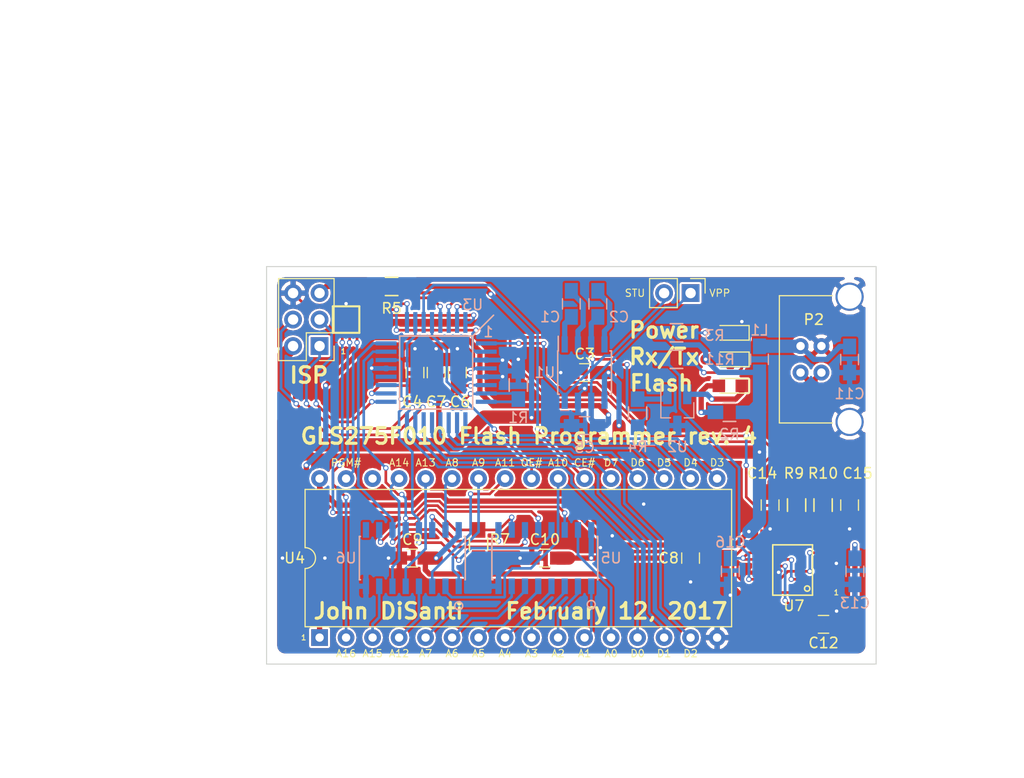
<source format=kicad_pcb>
(kicad_pcb (version 4) (host pcbnew 4.0.5)
  (layers (0 F.Cu signal) (31 B.Cu signal) (34 B.Paste user) (35 F.Paste user) (36 B.SilkS user) (37 F.SilkS user) (38 B.Mask user) (39 F.Mask user) (44 Edge.Cuts user))
  (net 0 "")
  (net 1 "Net-(C1-Pad1)")
  (net 2 "Net-(C1-Pad2)")
  (net 3 "Net-(C2-Pad1)")
  (net 4 "Net-(C2-Pad2)")
  (net 5 GND)
  (net 6 VCC)
  (net 7 /VPP)
  (net 8 "Net-(C11-Pad1)")
  (net 9 "/Flash Programmer FTDI Circuit/USBDM")
  (net 10 "/Flash Programmer FTDI Circuit/USBDP")
  (net 11 "/Flash Programmer FTDI Circuit/VCCIO")
  (net 12 "Net-(D1-Pad2)")
  (net 13 "Net-(D1-Pad1)")
  (net 14 "Net-(D2-Pad2)")
  (net 15 "Net-(D3-Pad1)")
  (net 16 /D0)
  (net 17 /ISP_SCK)
  (net 18 /D1)
  (net 19 /ISP_RST#)
  (net 20 /STU)
  (net 21 /A0)
  (net 22 /A1)
  (net 23 /A2)
  (net 24 /A8)
  (net 25 /A9)
  (net 26 /A16)
  (net 27 "Net-(R4-Pad2)")
  (net 28 "Net-(R7-Pad1)")
  (net 29 "Net-(R9-Pad1)")
  (net 30 "Net-(R10-Pad1)")
  (net 31 "Net-(R11-Pad2)")
  (net 32 "Net-(U3-Pad20)")
  (net 33 /RCK)
  (net 34 /SCK)
  (net 35 /D3)
  (net 36 /D4)
  (net 37 /D5)
  (net 38 /D6)
  (net 39 /D2)
  (net 40 /D7)
  (net 41 /SER)
  (net 42 /AOE)
  (net 43 /CE#)
  (net 44 /OE#)
  (net 45 /RXD)
  (net 46 /TXD)
  (net 47 /PGM#)
  (net 48 /A15)
  (net 49 /A12)
  (net 50 /A7)
  (net 51 /A6)
  (net 52 /A5)
  (net 53 /A10)
  (net 54 /A4)
  (net 55 /A3)
  (net 56 /A11)
  (net 57 /A13)
  (net 58 /A14)
  (net 59 "Net-(U4-Pad30)")
  (net 60 "Net-(U5-Pad9)")
  (net 61 "Net-(U6-Pad9)")
  (net 62 "Net-(U7-Pad16)")
  (net 63 "Net-(U7-Pad15)")
  (net 64 "Net-(U7-Pad6)")
  (net 65 "Net-(U7-Pad2)")
  (net 66 /UNUSED_GND)
  (module Housings_SOIC:SOIC-16_3.9x9.9mm_Pitch1.27mm (layer B.Cu) (at 49.53 63.5 90)
    (fp_text reference U6 (at 0 -6.35 180) (layer B.SilkS) (effects (justify mirror)))
    (fp_text value 74HC595)
    (pad 1 smd rect (at -2.7 4.445 90) (size 1.5 0.6) (layers B.Cu B.Paste B.Mask) (net 25 /A9))
    (pad 2 smd rect (at -2.7 3.175 90) (size 1.5 0.6) (layers B.Cu B.Paste B.Mask) (net 53 /A10))
    (pad 3 smd rect (at -2.7 1.905 90) (size 1.5 0.6) (layers B.Cu B.Paste B.Mask) (net 56 /A11))
    (pad 4 smd rect (at -2.7 0.635 90) (size 1.5 0.6) (layers B.Cu B.Paste B.Mask) (net 49 /A12))
    (pad 5 smd rect (at -2.7 -0.635 90) (size 1.5 0.6) (layers B.Cu B.Paste B.Mask) (net 57 /A13))
    (pad 6 smd rect (at -2.7 -1.905 90) (size 1.5 0.6) (layers B.Cu B.Paste B.Mask) (net 58 /A14))
    (pad 7 smd rect (at -2.7 -3.175 90) (size 1.5 0.6) (layers B.Cu B.Paste B.Mask) (net 48 /A15))
    (pad 8 smd rect (at -2.7 -4.445 90) (size 1.5 0.6) (layers B.Cu B.Paste B.Mask) (net 5 GND))
    (pad 9 smd rect (at 2.7 -4.445 90) (size 1.5 0.6) (layers B.Cu B.Paste B.Mask) (net 61 "Net-(U6-Pad9)"))
    (pad 10 smd rect (at 2.7 -3.175 90) (size 1.5 0.6) (layers B.Cu B.Paste B.Mask) (net 28 "Net-(R7-Pad1)"))
    (pad 11 smd rect (at 2.7 -1.905 90) (size 1.5 0.6) (layers B.Cu B.Paste B.Mask) (net 34 /SCK))
    (pad 12 smd rect (at 2.7 -0.635 90) (size 1.5 0.6) (layers B.Cu B.Paste B.Mask) (net 33 /RCK))
    (pad 13 smd rect (at 2.7 0.635 90) (size 1.5 0.6) (layers B.Cu B.Paste B.Mask) (net 42 /AOE))
    (pad 14 smd rect (at 2.7 1.905 90) (size 1.5 0.6) (layers B.Cu B.Paste B.Mask) (net 60 "Net-(U5-Pad9)"))
    (pad 15 smd rect (at 2.7 3.175 90) (size 1.5 0.6) (layers B.Cu B.Paste B.Mask) (net 24 /A8))
    (pad 16 smd rect (at 2.7 4.445 90) (size 1.5 0.6) (layers B.Cu B.Paste B.Mask) (net 6 VCC))
  )
  (module Housings_SOIC:SOIC-16_3.9x9.9mm_Pitch1.27mm (layer B.Cu) (at 62.23 63.5 90)
    (fp_text reference U5 (at 0 6.35 360) (layer B.SilkS) (effects (justify mirror)))
    (fp_text value 74HC595)
    (pad 1 smd rect (at -2.7 4.445 90) (size 1.5 0.6) (layers B.Cu B.Paste B.Mask) (net 22 /A1))
    (pad 2 smd rect (at -2.7 3.175 90) (size 1.5 0.6) (layers B.Cu B.Paste B.Mask) (net 23 /A2))
    (pad 3 smd rect (at -2.7 1.905 90) (size 1.5 0.6) (layers B.Cu B.Paste B.Mask) (net 55 /A3))
    (pad 4 smd rect (at -2.7 0.635 90) (size 1.5 0.6) (layers B.Cu B.Paste B.Mask) (net 54 /A4))
    (pad 5 smd rect (at -2.7 -0.635 90) (size 1.5 0.6) (layers B.Cu B.Paste B.Mask) (net 52 /A5))
    (pad 6 smd rect (at -2.7 -1.905 90) (size 1.5 0.6) (layers B.Cu B.Paste B.Mask) (net 51 /A6))
    (pad 7 smd rect (at -2.7 -3.175 90) (size 1.5 0.6) (layers B.Cu B.Paste B.Mask) (net 50 /A7))
    (pad 8 smd rect (at -2.7 -4.445 90) (size 1.5 0.6) (layers B.Cu B.Paste B.Mask) (net 5 GND))
    (pad 9 smd rect (at 2.7 -4.445 90) (size 1.5 0.6) (layers B.Cu B.Paste B.Mask) (net 60 "Net-(U5-Pad9)"))
    (pad 10 smd rect (at 2.7 -3.175 90) (size 1.5 0.6) (layers B.Cu B.Paste B.Mask) (net 28 "Net-(R7-Pad1)"))
    (pad 11 smd rect (at 2.7 -1.905 90) (size 1.5 0.6) (layers B.Cu B.Paste B.Mask) (net 34 /SCK))
    (pad 12 smd rect (at 2.7 -0.635 90) (size 1.5 0.6) (layers B.Cu B.Paste B.Mask) (net 33 /RCK))
    (pad 13 smd rect (at 2.7 0.635 90) (size 1.5 0.6) (layers B.Cu B.Paste B.Mask) (net 42 /AOE))
    (pad 14 smd rect (at 2.7 1.905 90) (size 1.5 0.6) (layers B.Cu B.Paste B.Mask) (net 41 /SER))
    (pad 15 smd rect (at 2.7 3.175 90) (size 1.5 0.6) (layers B.Cu B.Paste B.Mask) (net 21 /A0))
    (pad 16 smd rect (at 2.7 4.445 90) (size 1.5 0.6) (layers B.Cu B.Paste B.Mask) (net 6 VCC))
  )
  (module Housings_DIP:DIP-32_W15.24mm (layer F.Cu) (at 40.64 71.12 90)
    (fp_text reference U4 (at 7.62 -2.39 180) (layer F.SilkS))
    (fp_text value GLS27SF010)
    (pad 1 thru_hole rect (at 0 0 90) (size 1.6 1.6) (drill 0.8) (layers *.Cu *.Mask) (net 7 /VPP))
    (pad 17 thru_hole oval (at 15.24 38.1 90) (size 1.6 1.6) (drill 0.8) (layers *.Cu *.Mask) (net 35 /D3))
    (pad 2 thru_hole oval (at 0 2.54 90) (size 1.6 1.6) (drill 0.8) (layers *.Cu *.Mask) (net 26 /A16))
    (pad 18 thru_hole oval (at 15.24 35.56 90) (size 1.6 1.6) (drill 0.8) (layers *.Cu *.Mask) (net 36 /D4))
    (pad 3 thru_hole oval (at 0 5.08 90) (size 1.6 1.6) (drill 0.8) (layers *.Cu *.Mask) (net 48 /A15))
    (pad 19 thru_hole oval (at 15.24 33.02 90) (size 1.6 1.6) (drill 0.8) (layers *.Cu *.Mask) (net 37 /D5))
    (pad 4 thru_hole oval (at 0 7.62 90) (size 1.6 1.6) (drill 0.8) (layers *.Cu *.Mask) (net 49 /A12))
    (pad 20 thru_hole oval (at 15.24 30.48 90) (size 1.6 1.6) (drill 0.8) (layers *.Cu *.Mask) (net 38 /D6))
    (pad 5 thru_hole oval (at 0 10.16 90) (size 1.6 1.6) (drill 0.8) (layers *.Cu *.Mask) (net 50 /A7))
    (pad 21 thru_hole oval (at 15.24 27.94 90) (size 1.6 1.6) (drill 0.8) (layers *.Cu *.Mask) (net 40 /D7))
    (pad 6 thru_hole oval (at 0 12.7 90) (size 1.6 1.6) (drill 0.8) (layers *.Cu *.Mask) (net 51 /A6))
    (pad 22 thru_hole oval (at 15.24 25.4 90) (size 1.6 1.6) (drill 0.8) (layers *.Cu *.Mask) (net 43 /CE#))
    (pad 7 thru_hole oval (at 0 15.24 90) (size 1.6 1.6) (drill 0.8) (layers *.Cu *.Mask) (net 52 /A5))
    (pad 23 thru_hole oval (at 15.24 22.86 90) (size 1.6 1.6) (drill 0.8) (layers *.Cu *.Mask) (net 53 /A10))
    (pad 8 thru_hole oval (at 0 17.78 90) (size 1.6 1.6) (drill 0.8) (layers *.Cu *.Mask) (net 54 /A4))
    (pad 24 thru_hole oval (at 15.24 20.32 90) (size 1.6 1.6) (drill 0.8) (layers *.Cu *.Mask) (net 44 /OE#))
    (pad 9 thru_hole oval (at 0 20.32 90) (size 1.6 1.6) (drill 0.8) (layers *.Cu *.Mask) (net 55 /A3))
    (pad 25 thru_hole oval (at 15.24 17.78 90) (size 1.6 1.6) (drill 0.8) (layers *.Cu *.Mask) (net 56 /A11))
    (pad 10 thru_hole oval (at 0 22.86 90) (size 1.6 1.6) (drill 0.8) (layers *.Cu *.Mask) (net 23 /A2))
    (pad 26 thru_hole oval (at 15.24 15.24 90) (size 1.6 1.6) (drill 0.8) (layers *.Cu *.Mask) (net 25 /A9))
    (pad 11 thru_hole oval (at 0 25.4 90) (size 1.6 1.6) (drill 0.8) (layers *.Cu *.Mask) (net 22 /A1))
    (pad 27 thru_hole oval (at 15.24 12.7 90) (size 1.6 1.6) (drill 0.8) (layers *.Cu *.Mask) (net 24 /A8))
    (pad 12 thru_hole oval (at 0 27.94 90) (size 1.6 1.6) (drill 0.8) (layers *.Cu *.Mask) (net 21 /A0))
    (pad 28 thru_hole oval (at 15.24 10.16 90) (size 1.6 1.6) (drill 0.8) (layers *.Cu *.Mask) (net 57 /A13))
    (pad 13 thru_hole oval (at 0 30.48 90) (size 1.6 1.6) (drill 0.8) (layers *.Cu *.Mask) (net 16 /D0))
    (pad 29 thru_hole oval (at 15.24 7.62 90) (size 1.6 1.6) (drill 0.8) (layers *.Cu *.Mask) (net 58 /A14))
    (pad 14 thru_hole oval (at 0 33.02 90) (size 1.6 1.6) (drill 0.8) (layers *.Cu *.Mask) (net 18 /D1))
    (pad 30 thru_hole oval (at 15.24 5.08 90) (size 1.6 1.6) (drill 0.8) (layers *.Cu *.Mask) (net 59 "Net-(U4-Pad30)"))
    (pad 15 thru_hole oval (at 0 35.56 90) (size 1.6 1.6) (drill 0.8) (layers *.Cu *.Mask) (net 39 /D2))
    (pad 31 thru_hole oval (at 15.24 2.54 90) (size 1.6 1.6) (drill 0.8) (layers *.Cu *.Mask) (net 47 /PGM#))
    (pad 16 thru_hole oval (at 0 38.1 90) (size 1.6 1.6) (drill 0.8) (layers *.Cu *.Mask) (net 5 GND))
    (pad 32 thru_hole oval (at 15.24 0 90) (size 1.6 1.6) (drill 0.8) (layers *.Cu *.Mask) (net 6 VCC))
  )
  (module Capacitors_SMD:C_0805_HandSoldering (layer B.Cu) (at 64.77 39.136 90)
    (fp_text reference C1 (at -1.25 -2.032 180) (layer B.SilkS) (effects (justify mirror)))
    (fp_text value 22nF)
    (pad 1 smd rect (at -1.25 0 90) (size 1.5 1.25) (layers B.Cu B.Paste B.Mask) (net 1 "Net-(C1-Pad1)"))
    (pad 2 smd rect (at 1.25 0 90) (size 1.5 1.25) (layers B.Cu B.Paste B.Mask) (net 2 "Net-(C1-Pad2)"))
  )
  (module Capacitors_SMD:C_0805_HandSoldering (layer B.Cu) (at 67.31 39.136 270)
    (fp_text reference C2 (at 1.25 -2.032 360) (layer B.SilkS) (effects (justify mirror)))
    (fp_text value 22nF)
    (pad 1 smd rect (at -1.25 0 270) (size 1.5 1.25) (layers B.Cu B.Paste B.Mask) (net 3 "Net-(C2-Pad1)"))
    (pad 2 smd rect (at 1.25 0 270) (size 1.5 1.25) (layers B.Cu B.Paste B.Mask) (net 4 "Net-(C2-Pad2)"))
  )
  (module Capacitors_SMD:C_0805_HandSoldering (layer F.Cu) (at 66.06 45.72)
    (fp_text reference C3 (at 0 -1.778) (layer F.SilkS))
    (fp_text value 4.7uF)
    (pad 1 smd rect (at -1.25 0) (size 1.5 1.25) (layers F.Cu F.Paste F.Mask) (net 5 GND))
    (pad 2 smd rect (at 1.25 0) (size 1.5 1.25) (layers F.Cu F.Paste F.Mask) (net 6 VCC))
  )
  (module Capacitors_SMD:C_0805_HandSoldering (layer F.Cu) (at 49.784 45.72 270)
    (fp_text reference C4 (at 2.794 0.254 360) (layer F.SilkS))
    (fp_text value 120nF)
    (pad 1 smd rect (at -1.25 0 270) (size 1.5 1.25) (layers F.Cu F.Paste F.Mask) (net 5 GND))
    (pad 2 smd rect (at 1.25 0 270) (size 1.5 1.25) (layers F.Cu F.Paste F.Mask) (net 6 VCC))
  )
  (module Capacitors_SMD:C_0805_HandSoldering (layer B.Cu) (at 66.04 50.8)
    (fp_text reference C5 (at 0 2.1) (layer B.SilkS) (effects (justify mirror)))
    (fp_text value 4.7uF)
    (pad 1 smd rect (at -1.25 0) (size 1.5 1.25) (layers B.Cu B.Paste B.Mask) (net 5 GND))
    (pad 2 smd rect (at 1.25 0) (size 1.5 1.25) (layers B.Cu B.Paste B.Mask) (net 7 /VPP))
  )
  (module Capacitors_SMD:C_0805_HandSoldering (layer F.Cu) (at 53.848 45.72 270)
    (fp_text reference C6 (at 2.794 -0.254 360) (layer F.SilkS))
    (fp_text value 120nF)
    (pad 1 smd rect (at -1.25 0 270) (size 1.5 1.25) (layers F.Cu F.Paste F.Mask) (net 5 GND))
    (pad 2 smd rect (at 1.25 0 270) (size 1.5 1.25) (layers F.Cu F.Paste F.Mask) (net 6 VCC))
  )
  (module Capacitors_SMD:C_0805_HandSoldering (layer F.Cu) (at 51.816 45.72 270)
    (fp_text reference C7 (at 2.794 0 360) (layer F.SilkS))
    (fp_text value 120nF)
    (pad 1 smd rect (at -1.25 0 270) (size 1.5 1.25) (layers F.Cu F.Paste F.Mask) (net 5 GND))
    (pad 2 smd rect (at 1.25 0 270) (size 1.5 1.25) (layers F.Cu F.Paste F.Mask) (net 6 VCC))
  )
  (module Capacitors_SMD:C_0805_HandSoldering (layer F.Cu) (at 76.2 63.5 90)
    (fp_text reference C8 (at 0 -2.1 180) (layer F.SilkS))
    (fp_text value 120nF)
    (pad 1 smd rect (at -1.25 0 90) (size 1.5 1.25) (layers F.Cu F.Paste F.Mask) (net 5 GND))
    (pad 2 smd rect (at 1.25 0 90) (size 1.5 1.25) (layers F.Cu F.Paste F.Mask) (net 6 VCC))
  )
  (module Capacitors_SMD:C_0805_HandSoldering (layer F.Cu) (at 49.53 63.5)
    (fp_text reference C9 (at 0 -1.778) (layer F.SilkS))
    (fp_text value 120nF)
    (pad 1 smd rect (at -1.25 0) (size 1.5 1.25) (layers F.Cu F.Paste F.Mask) (net 5 GND))
    (pad 2 smd rect (at 1.25 0) (size 1.5 1.25) (layers F.Cu F.Paste F.Mask) (net 6 VCC))
  )
  (module Capacitors_SMD:C_0805_HandSoldering (layer F.Cu) (at 62.23 63.5)
    (fp_text reference C10 (at 0 -1.778) (layer F.SilkS))
    (fp_text value 120nF)
    (pad 1 smd rect (at -1.25 0) (size 1.5 1.25) (layers F.Cu F.Paste F.Mask) (net 5 GND))
    (pad 2 smd rect (at 1.25 0) (size 1.5 1.25) (layers F.Cu F.Paste F.Mask) (net 6 VCC))
  )
  (module Capacitors_SMD:C_0805_HandSoldering (layer B.Cu) (at 91.44 44.47 270)
    (fp_text reference C11 (at 3.282 0 360) (layer B.SilkS) (effects (justify mirror)))
    (fp_text value 10nF)
    (pad 1 smd rect (at -1.25 0 270) (size 1.5 1.25) (layers B.Cu B.Paste B.Mask) (net 8 "Net-(C11-Pad1)"))
    (pad 2 smd rect (at 1.25 0 270) (size 1.5 1.25) (layers B.Cu B.Paste B.Mask) (net 5 GND))
  )
  (module Capacitors_SMD:C_0805_HandSoldering (layer F.Cu) (at 88.94 69.85)
    (fp_text reference C12 (at 0 1.778) (layer F.SilkS))
    (fp_text value 4.7uF)
    (pad 1 smd rect (at -1.25 0) (size 1.5 1.25) (layers F.Cu F.Paste F.Mask) (net 6 VCC))
    (pad 2 smd rect (at 1.25 0) (size 1.5 1.25) (layers F.Cu F.Paste F.Mask) (net 5 GND))
  )
  (module Capacitors_SMD:C_0805_HandSoldering (layer B.Cu) (at 91.948 64.77 270)
    (fp_text reference C13 (at 3.048 0 360) (layer B.SilkS) (effects (justify mirror)))
    (fp_text value 120nF)
    (pad 1 smd rect (at -1.25 0 270) (size 1.5 1.25) (layers B.Cu B.Paste B.Mask) (net 6 VCC))
    (pad 2 smd rect (at 1.25 0 270) (size 1.5 1.25) (layers B.Cu B.Paste B.Mask) (net 5 GND))
  )
  (module Capacitors_SMD:C_0805_HandSoldering (layer F.Cu) (at 83.82 58.42 270)
    (fp_text reference C14 (at -3.048 0.762 360) (layer F.SilkS))
    (fp_text value 47pF)
    (pad 1 smd rect (at -1.25 0 270) (size 1.5 1.25) (layers F.Cu F.Paste F.Mask) (net 9 "/Flash Programmer FTDI Circuit/USBDM"))
    (pad 2 smd rect (at 1.25 0 270) (size 1.5 1.25) (layers F.Cu F.Paste F.Mask) (net 5 GND))
  )
  (module Capacitors_SMD:C_0805_HandSoldering (layer F.Cu) (at 91.44 58.42 270)
    (fp_text reference C15 (at -3.048 -0.762 360) (layer F.SilkS))
    (fp_text value 47pF)
    (pad 1 smd rect (at -1.25 0 270) (size 1.5 1.25) (layers F.Cu F.Paste F.Mask) (net 10 "/Flash Programmer FTDI Circuit/USBDP"))
    (pad 2 smd rect (at 1.25 0 270) (size 1.5 1.25) (layers F.Cu F.Paste F.Mask) (net 5 GND))
  )
  (module Capacitors_SMD:C_0805_HandSoldering (layer B.Cu) (at 80.01 64.77 90)
    (fp_text reference C16 (at 2.794 0 180) (layer B.SilkS) (effects (justify mirror)))
    (fp_text value 120nF)
    (pad 1 smd rect (at -1.25 0 90) (size 1.5 1.25) (layers B.Cu B.Paste B.Mask) (net 5 GND))
    (pad 2 smd rect (at 1.25 0 90) (size 1.5 1.25) (layers B.Cu B.Paste B.Mask) (net 11 "/Flash Programmer FTDI Circuit/VCCIO"))
  )
  (module LEDs:LED_0805 (layer F.Cu) (at 80.01 46.99 180)
    (fp_text reference D1 hide)
    (fp_text value LED)
    (pad 2 smd rect (at 1.1 0) (size 1.2 1.2) (layers F.Cu F.Paste F.Mask) (net 12 "Net-(D1-Pad2)"))
    (pad 1 smd rect (at -1.1 0) (size 1.2 1.2) (layers F.Cu F.Paste F.Mask) (net 13 "Net-(D1-Pad1)"))
  )
  (module LEDs:LED_0805 (layer F.Cu) (at 80.01 41.91 180)
    (fp_text reference D2 hide)
    (fp_text value LED)
    (pad 2 smd rect (at 1.1 0) (size 1.2 1.2) (layers F.Cu F.Paste F.Mask) (net 14 "Net-(D2-Pad2)"))
    (pad 1 smd rect (at -1.1 0) (size 1.2 1.2) (layers F.Cu F.Paste F.Mask) (net 5 GND))
  )
  (module LEDs:LED_0805 (layer F.Cu) (at 80.01 44.45 180)
    (fp_text reference D3 hide)
    (fp_text value LED)
    (pad 2 smd rect (at 1.1 0) (size 1.2 1.2) (layers F.Cu F.Paste F.Mask) (net 6 VCC))
    (pad 1 smd rect (at -1.1 0) (size 1.2 1.2) (layers F.Cu F.Paste F.Mask) (net 15 "Net-(D3-Pad1)"))
  )
  (module Capacitors_SMD:C_0805_HandSoldering (layer B.Cu) (at 82.804 44.45 90)
    (fp_text reference L1 (at 2.794 0 180) (layer B.SilkS) (effects (justify mirror)))
    (fp_text value Ferrite_Bead)
    (pad 1 smd rect (at -1.25 0 90) (size 1.5 1.25) (layers B.Cu B.Paste B.Mask) (net 6 VCC))
    (pad 2 smd rect (at 1.25 0 90) (size 1.5 1.25) (layers B.Cu B.Paste B.Mask) (net 8 "Net-(C11-Pad1)"))
  )
  (module Pin_Headers:Pin_Header_Straight_2x03_Pitch2.54mm (layer F.Cu) (at 40.64 43.18 180)
    (fp_text reference P1 hide)
    (fp_text value ISP)
    (pad 1 thru_hole rect (at 0 0 180) (size 1.7 1.7) (drill 1) (layers *.Cu *.Mask) (net 16 /D0))
    (pad 2 thru_hole oval (at 2.54 0 180) (size 1.7 1.7) (drill 1) (layers *.Cu *.Mask) (net 6 VCC))
    (pad 3 thru_hole oval (at 0 2.54 180) (size 1.7 1.7) (drill 1) (layers *.Cu *.Mask) (net 17 /ISP_SCK))
    (pad 4 thru_hole oval (at 2.54 2.54 180) (size 1.7 1.7) (drill 1) (layers *.Cu *.Mask) (net 18 /D1))
    (pad 5 thru_hole oval (at 0 5.08 180) (size 1.7 1.7) (drill 1) (layers *.Cu *.Mask) (net 19 /ISP_RST#))
    (pad 6 thru_hole oval (at 2.54 5.08 180) (size 1.7 1.7) (drill 1) (layers *.Cu *.Mask) (net 5 GND))
  )
  (module Pin_Headers:Pin_Header_Straight_1x02_Pitch2.54mm (layer F.Cu) (at 76.2 38.1 270)
    (fp_text reference P3 hide)
    (fp_text value CONN_01X02)
    (pad 1 thru_hole rect (at 0 0 270) (size 1.7 1.7) (drill 1) (layers *.Cu *.Mask) (net 7 /VPP))
    (pad 2 thru_hole oval (at 0 2.54 270) (size 1.7 1.7) (drill 1) (layers *.Cu *.Mask) (net 20 /STU))
  )
  (module Resistors_SMD:R_0805_HandSoldering (layer B.Cu) (at 59.69 46.91 90)
    (fp_text reference R1 (at -3.128 0 180) (layer B.SilkS) (effects (justify mirror)))
    (fp_text value 10k)
    (pad 1 smd rect (at -1.35 0 90) (size 1.5 1.3) (layers B.Cu B.Paste B.Mask) (net 66 /UNUSED_GND))
    (pad 2 smd rect (at 1.35 0 90) (size 1.5 1.3) (layers B.Cu B.Paste B.Mask) (net 5 GND))
  )
  (module Resistors_SMD:R_0805_HandSoldering (layer B.Cu) (at 79.93 49.53)
    (fp_text reference R2 (at 0 2.1) (layer B.SilkS) (effects (justify mirror)))
    (fp_text value 150)
    (pad 1 smd rect (at -1.35 0) (size 1.5 1.3) (layers B.Cu B.Paste B.Mask) (net 12 "Net-(D1-Pad2)"))
    (pad 2 smd rect (at 1.35 0) (size 1.5 1.3) (layers B.Cu B.Paste B.Mask) (net 6 VCC))
  )
  (module Resistors_SMD:R_0805_HandSoldering (layer B.Cu) (at 74.85 41.91 180)
    (fp_text reference R3 (at -3.636 -0.254 180) (layer B.SilkS) (effects (justify mirror)))
    (fp_text value 150)
    (pad 1 smd rect (at -1.35 0 180) (size 1.5 1.3) (layers B.Cu B.Paste B.Mask) (net 14 "Net-(D2-Pad2)"))
    (pad 2 smd rect (at 1.35 0 180) (size 1.5 1.3) (layers B.Cu B.Paste B.Mask) (net 6 VCC))
  )
  (module Resistors_SMD:R_0805_HandSoldering (layer B.Cu) (at 71.12 49.61 90)
    (fp_text reference R4 (at -3.222 0 180) (layer B.SilkS) (effects (justify mirror)))
    (fp_text value 10k)
    (pad 1 smd rect (at -1.35 0 90) (size 1.5 1.3) (layers B.Cu B.Paste B.Mask) (net 20 /STU))
    (pad 2 smd rect (at 1.35 0 90) (size 1.5 1.3) (layers B.Cu B.Paste B.Mask) (net 27 "Net-(R4-Pad2)"))
  )
  (module Resistors_SMD:R_0805_HandSoldering (layer F.Cu) (at 47.545 37.465 180)
    (fp_text reference R5 (at 0 -2.1 180) (layer F.SilkS))
    (fp_text value 10k)
    (pad 1 smd rect (at -1.35 0 180) (size 1.5 1.3) (layers F.Cu F.Paste F.Mask) (net 6 VCC))
    (pad 2 smd rect (at 1.35 0 180) (size 1.5 1.3) (layers F.Cu F.Paste F.Mask) (net 19 /ISP_RST#))
  )
  (module Resistors_SMD:R_0805_HandSoldering (layer F.Cu) (at 55.88 62.15 270)
    (fp_text reference R7 (at -0.428 -2.032 360) (layer F.SilkS))
    (fp_text value 10k)
    (pad 1 smd rect (at -1.35 0 270) (size 1.5 1.3) (layers F.Cu F.Paste F.Mask) (net 28 "Net-(R7-Pad1)"))
    (pad 2 smd rect (at 1.35 0 270) (size 1.5 1.3) (layers F.Cu F.Paste F.Mask) (net 6 VCC))
  )
  (module Resistors_SMD:R_0805_HandSoldering (layer F.Cu) (at 86.36 58.42 90)
    (fp_text reference R9 (at 3.048 -0.254 180) (layer F.SilkS))
    (fp_text value 27)
    (pad 1 smd rect (at -1.35 0 90) (size 1.5 1.3) (layers F.Cu F.Paste F.Mask) (net 29 "Net-(R9-Pad1)"))
    (pad 2 smd rect (at 1.35 0 90) (size 1.5 1.3) (layers F.Cu F.Paste F.Mask) (net 9 "/Flash Programmer FTDI Circuit/USBDM"))
  )
  (module Resistors_SMD:R_0805_HandSoldering (layer F.Cu) (at 88.9 58.42 90)
    (fp_text reference R10 (at 3.048 0 180) (layer F.SilkS))
    (fp_text value 27)
    (pad 1 smd rect (at -1.35 0 90) (size 1.5 1.3) (layers F.Cu F.Paste F.Mask) (net 30 "Net-(R10-Pad1)"))
    (pad 2 smd rect (at 1.35 0 90) (size 1.5 1.3) (layers F.Cu F.Paste F.Mask) (net 10 "/Flash Programmer FTDI Circuit/USBDP"))
  )
  (module Resistors_SMD:R_0805_HandSoldering (layer B.Cu) (at 74.85 44.45 180)
    (fp_text reference R11 (at -4.144 0 180) (layer B.SilkS) (effects (justify mirror)))
    (fp_text value 150)
    (pad 1 smd rect (at -1.35 0 180) (size 1.5 1.3) (layers B.Cu B.Paste B.Mask) (net 15 "Net-(D3-Pad1)"))
    (pad 2 smd rect (at 1.35 0 180) (size 1.5 1.3) (layers B.Cu B.Paste B.Mask) (net 31 "Net-(R11-Pad2)"))
  )
  (module Housings_SOIC:SOIC-8_3.9x4.9mm_Pitch1.27mm (layer B.Cu) (at 66.04 45.72 270)
    (fp_text reference U1 (at 0 3.81 360) (layer B.SilkS) (effects (justify mirror)))
    (fp_text value MAX662A)
    (pad 1 smd rect (at -2.7 1.905 270) (size 1.55 0.6) (layers B.Cu B.Paste B.Mask) (net 1 "Net-(C1-Pad1)"))
    (pad 2 smd rect (at -2.7 0.635 270) (size 1.55 0.6) (layers B.Cu B.Paste B.Mask) (net 2 "Net-(C1-Pad2)"))
    (pad 3 smd rect (at -2.7 -0.635 270) (size 1.55 0.6) (layers B.Cu B.Paste B.Mask) (net 4 "Net-(C2-Pad2)"))
    (pad 4 smd rect (at -2.7 -1.905 270) (size 1.55 0.6) (layers B.Cu B.Paste B.Mask) (net 3 "Net-(C2-Pad1)"))
    (pad 5 smd rect (at 2.7 -1.905 270) (size 1.55 0.6) (layers B.Cu B.Paste B.Mask) (net 6 VCC))
    (pad 6 smd rect (at 2.7 -0.635 270) (size 1.55 0.6) (layers B.Cu B.Paste B.Mask) (net 7 /VPP))
    (pad 7 smd rect (at 2.7 0.635 270) (size 1.55 0.6) (layers B.Cu B.Paste B.Mask) (net 5 GND))
    (pad 8 smd rect (at 2.7 1.905 270) (size 1.55 0.6) (layers B.Cu B.Paste B.Mask) (net 20 /STU))
  )
  (module TO_SOT_Packages_SMD:SOT-23_Handsoldering (layer B.Cu) (at 74.93 49.3 270)
    (fp_text reference U2 (at 3.532 0 360) (layer B.SilkS) (effects (justify mirror)))
    (fp_text value 2N3906)
    (pad 1 smd rect (at -1.5 0.95 270) (size 1.9 0.8) (layers B.Cu B.Paste B.Mask) (net 27 "Net-(R4-Pad2)"))
    (pad 2 smd rect (at -1.5 -0.95 270) (size 1.9 0.8) (layers B.Cu B.Paste B.Mask) (net 13 "Net-(D1-Pad1)"))
    (pad 3 smd rect (at 1.5 0 270) (size 1.9 0.8) (layers B.Cu B.Paste B.Mask) (net 5 GND))
  )
  (module TQFP_32_7mm_0.8mm_pitch:TQFP-32 (layer B.Cu) (at 51.816 45.72 180)
    (fp_text reference U3 (at -3.5 6.5 180) (layer B.SilkS) (effects (justify mirror)))
    (fp_text value ATMEGA328P_TQFN)
    (fp_text user 1 (at -5 3.9 180) (layer B.SilkS) (effects (justify mirror)))
    (pad 1 smd rect (at -4.8 2.8 180) (size 2 0.4) (layers B.Cu B.Paste B.Mask) (net 20 /STU))
    (pad 2 smd rect (at -4.8 2 180) (size 2 0.4) (layers B.Cu B.Paste B.Mask) (net 26 /A16))
    (pad 4 smd rect (at -4.8 0.4 180) (size 2 0.4) (layers B.Cu B.Paste B.Mask) (net 6 VCC))
    (pad 3 smd rect (at -4.8 1.2 180) (size 2 0.4) (layers B.Cu B.Paste B.Mask) (net 5 GND))
    (pad 7 smd rect (at -4.8 -2 180) (size 2 0.4) (layers B.Cu B.Paste B.Mask) (net 66 /UNUSED_GND))
    (pad 8 smd rect (at -4.8 -2.8 180) (size 2 0.4) (layers B.Cu B.Paste B.Mask) (net 66 /UNUSED_GND))
    (pad 6 smd rect (at -4.8 -1.2 180) (size 2 0.4) (layers B.Cu B.Paste B.Mask) (net 6 VCC))
    (pad 5 smd rect (at -4.8 -0.4 180) (size 2 0.4) (layers B.Cu B.Paste B.Mask) (net 5 GND))
    (pad 20 smd rect (at 4.8 -0.4 180) (size 2 0.4) (layers B.Cu B.Paste B.Mask) (net 32 "Net-(U3-Pad20)"))
    (pad 19 smd rect (at 4.8 -1.2 180) (size 2 0.4) (layers B.Cu B.Paste B.Mask) (net 66 /UNUSED_GND))
    (pad 17 smd rect (at 4.8 -2.8 180) (size 2 0.4) (layers B.Cu B.Paste B.Mask) (net 17 /ISP_SCK))
    (pad 18 smd rect (at 4.8 -2 180) (size 2 0.4) (layers B.Cu B.Paste B.Mask) (net 6 VCC))
    (pad 22 smd rect (at 4.8 1.2 180) (size 2 0.4) (layers B.Cu B.Paste B.Mask) (net 66 /UNUSED_GND))
    (pad 21 smd rect (at 4.8 0.4 180) (size 2 0.4) (layers B.Cu B.Paste B.Mask) (net 5 GND))
    (pad 23 smd rect (at 4.8 2 180) (size 2 0.4) (layers B.Cu B.Paste B.Mask) (net 33 /RCK))
    (pad 24 smd rect (at 4.8 2.8 180) (size 2 0.4) (layers B.Cu B.Paste B.Mask) (net 34 /SCK))
    (pad 9 smd rect (at -2.8 -4.8 180) (size 0.4 2) (layers B.Cu B.Paste B.Mask) (net 35 /D3))
    (pad 10 smd rect (at -2 -4.8 180) (size 0.4 2) (layers B.Cu B.Paste B.Mask) (net 36 /D4))
    (pad 11 smd rect (at -1.2 -4.8 180) (size 0.4 2) (layers B.Cu B.Paste B.Mask) (net 37 /D5))
    (pad 12 smd rect (at -0.4 -4.8 180) (size 0.4 2) (layers B.Cu B.Paste B.Mask) (net 38 /D6))
    (pad 13 smd rect (at 0.4 -4.8 180) (size 0.4 2) (layers B.Cu B.Paste B.Mask) (net 39 /D2))
    (pad 14 smd rect (at 1.2 -4.8 180) (size 0.4 2) (layers B.Cu B.Paste B.Mask) (net 40 /D7))
    (pad 15 smd rect (at 2 -4.8 180) (size 0.4 2) (layers B.Cu B.Paste B.Mask) (net 18 /D1))
    (pad 16 smd rect (at 2.8 -4.8 180) (size 0.4 2) (layers B.Cu B.Paste B.Mask) (net 16 /D0))
    (pad 25 smd rect (at 2.8 4.8 180) (size 0.4 2) (layers B.Cu B.Paste B.Mask) (net 41 /SER))
    (pad 26 smd rect (at 2 4.8 180) (size 0.4 2) (layers B.Cu B.Paste B.Mask) (net 42 /AOE))
    (pad 27 smd rect (at 1.2 4.8 180) (size 0.4 2) (layers B.Cu B.Paste B.Mask) (net 43 /CE#))
    (pad 28 smd rect (at 0.4 4.8 180) (size 0.4 2) (layers B.Cu B.Paste B.Mask) (net 44 /OE#))
    (pad 29 smd rect (at -0.4 4.8 180) (size 0.4 2) (layers B.Cu B.Paste B.Mask) (net 19 /ISP_RST#))
    (pad 30 smd rect (at -1.2 4.8 180) (size 0.4 2) (layers B.Cu B.Paste B.Mask) (net 45 /RXD))
    (pad 31 smd rect (at -2 4.8 180) (size 0.4 2) (layers B.Cu B.Paste B.Mask) (net 46 /TXD))
    (pad 32 smd rect (at -2.8 4.8 180) (size 0.4 2) (layers B.Cu B.Paste B.Mask) (net 47 /PGM#))
  )
  (module ssop-16:SSOP-16 (layer F.Cu) (at 85.979 62.23 180)
    (fp_text reference U7 (at -0.127 -5.842 180) (layer F.SilkS))
    (fp_text value FT230X)
    (pad 16 smd rect (at 2.921 -4.572 180) (size 1.524 0.3048) (layers F.Cu F.Paste F.Mask) (net 62 "Net-(U7-Pad16)"))
    (pad 15 smd rect (at 2.921 -3.937 180) (size 1.524 0.3048) (layers F.Cu F.Paste F.Mask) (net 63 "Net-(U7-Pad15)"))
    (pad 14 smd rect (at 2.921 -3.302 180) (size 1.524 0.3048) (layers F.Cu F.Paste F.Mask) (net 31 "Net-(R11-Pad2)"))
    (pad 13 smd rect (at 2.921 -2.667 180) (size 1.524 0.3048) (layers F.Cu F.Paste F.Mask) (net 5 GND))
    (pad 12 smd rect (at 2.921 -2.032 180) (size 1.524 0.3048) (layers F.Cu F.Paste F.Mask) (net 6 VCC))
    (pad 11 smd rect (at 2.921 -1.397 180) (size 1.524 0.3048) (layers F.Cu F.Paste F.Mask) (net 11 "/Flash Programmer FTDI Circuit/VCCIO"))
    (pad 10 smd rect (at 2.921 -0.762 180) (size 1.524 0.3048) (layers F.Cu F.Paste F.Mask) (net 11 "/Flash Programmer FTDI Circuit/VCCIO"))
    (pad 9 smd rect (at 2.921 -0.127 180) (size 1.524 0.3048) (layers F.Cu F.Paste F.Mask) (net 29 "Net-(R9-Pad1)"))
    (pad 8 smd rect (at -2.921 -0.127 180) (size 1.524 0.3048) (layers F.Cu F.Paste F.Mask) (net 30 "Net-(R10-Pad1)"))
    (pad 7 smd rect (at -2.921 -0.762 180) (size 1.524 0.3048) (layers F.Cu F.Paste F.Mask) (net 31 "Net-(R11-Pad2)"))
    (pad 6 smd rect (at -2.921 -1.397 180) (size 1.524 0.3048) (layers F.Cu F.Paste F.Mask) (net 64 "Net-(U7-Pad6)"))
    (pad 5 smd rect (at -2.921 -2.032 180) (size 1.524 0.3048) (layers F.Cu F.Paste F.Mask) (net 5 GND))
    (pad 4 smd rect (at -2.921 -2.667 180) (size 1.524 0.3048) (layers F.Cu F.Paste F.Mask) (net 46 /TXD))
    (pad 3 smd rect (at -2.921 -3.302 180) (size 1.524 0.3048) (layers F.Cu F.Paste F.Mask) (net 11 "/Flash Programmer FTDI Circuit/VCCIO"))
    (pad 2 smd rect (at -2.921 -3.937 180) (size 1.524 0.3048) (layers F.Cu F.Paste F.Mask) (net 65 "Net-(U7-Pad2)"))
    (pad 1 smd rect (at -2.921 -4.572 180) (size 1.524 0.3048) (layers F.Cu F.Paste F.Mask) (net 45 /RXD))
  )
  (module USB_B_Female:USB_B (layer F.Cu) (at 86.74 43.18)
    (fp_text reference P2 (at 1.27 -2.54 180) (layer F.SilkS))
    (fp_text value USB_B)
    (pad 2 thru_hole circle (at 0 2.54 270) (size 1.52 1.52) (drill 0.81) (layers *.Cu *.Mask) (net 9 "/Flash Programmer FTDI Circuit/USBDM"))
    (pad 1 thru_hole circle (at 0 0 270) (size 1.52 1.52) (drill 0.81) (layers *.Cu *.Mask) (net 8 "Net-(C11-Pad1)"))
    (pad 4 thru_hole circle (at 2 0 270) (size 1.52 1.52) (drill 0.81) (layers *.Cu *.Mask) (net 5 GND))
    (pad 3 thru_hole circle (at 2 2.54 270) (size 1.52 1.52) (drill 0.81) (layers *.Cu *.Mask) (net 10 "/Flash Programmer FTDI Circuit/USBDP"))
    (pad 5 thru_hole circle (at 4.7 7.27 270) (size 2.7 2.7) (drill 2.3) (layers *.Cu *.Mask) (net 5 GND))
    (pad 5 thru_hole circle (at 4.7 -4.73 270) (size 2.7 2.7) (drill 2.3) (layers *.Cu *.Mask) (net 5 GND))
  )
  (gr_text VPP (at 78.994 38.1) (layer F.SilkS) (effects (font (size 0.7 0.7) (thickness 0.1))))
  (gr_text STU (at 70.866 38.1) (layer F.SilkS) (effects (font (size 0.7 0.7) (thickness 0.1))))
  (gr_line (start 41.91 39.37) (end 41.91 41.91) (layer F.SilkS) (width 0.2))
  (gr_line (start 44.45 39.37) (end 41.91 39.37) (layer F.SilkS) (width 0.2))
  (gr_line (start 44.45 41.91) (end 44.45 39.37) (layer F.SilkS) (width 0.2))
  (gr_line (start 41.91 41.91) (end 44.45 41.91) (layer F.SilkS) (width 0.2))
  (gr_text D3 (at 78.74 54.356) (layer F.SilkS) (effects (font (size 0.7 0.7) (thickness 0.1))))
  (gr_text D4 (at 76.2 54.356) (layer F.SilkS) (effects (font (size 0.7 0.7) (thickness 0.1))))
  (gr_text D5 (at 73.66 54.356) (layer F.SilkS) (effects (font (size 0.7 0.7) (thickness 0.1))))
  (gr_text D6 (at 71.12 54.356) (layer F.SilkS) (effects (font (size 0.7 0.7) (thickness 0.1))))
  (gr_text D7 (at 68.58 54.356) (layer F.SilkS) (effects (font (size 0.7 0.7) (thickness 0.1))))
  (gr_text CE# (at 66.04 54.356) (layer F.SilkS) (effects (font (size 0.7 0.7) (thickness 0.1))))
  (gr_text A10 (at 63.5 54.356) (layer F.SilkS) (effects (font (size 0.7 0.7) (thickness 0.1))))
  (gr_text OE# (at 60.96 54.356) (layer F.SilkS) (effects (font (size 0.7 0.7) (thickness 0.1))))
  (gr_text A11 (at 58.42 54.356) (layer F.SilkS) (effects (font (size 0.7 0.7) (thickness 0.1))))
  (gr_text A9 (at 55.88 54.356) (layer F.SilkS) (effects (font (size 0.7 0.7) (thickness 0.1))))
  (gr_text A8 (at 53.34 54.356) (layer F.SilkS) (effects (font (size 0.7 0.7) (thickness 0.1))))
  (gr_text A13 (at 50.8 54.356) (layer F.SilkS) (effects (font (size 0.7 0.7) (thickness 0.1))))
  (gr_text A14 (at 48.26 54.356) (layer F.SilkS) (effects (font (size 0.7 0.7) (thickness 0.1))))
  (gr_text PGM# (at 43.18 54.356) (layer F.SilkS) (effects (font (size 0.7 0.7) (thickness 0.1))))
  (gr_text D2 (at 76.2 72.644) (layer F.SilkS) (effects (font (size 0.7 0.7) (thickness 0.1))))
  (gr_text D1 (at 73.66 72.644) (layer F.SilkS) (effects (font (size 0.7 0.7) (thickness 0.1))))
  (gr_text D0 (at 71.12 72.644) (layer F.SilkS) (effects (font (size 0.7 0.7) (thickness 0.1))))
  (gr_text A0 (at 68.58 72.644) (layer F.SilkS) (effects (font (size 0.7 0.7) (thickness 0.1))))
  (gr_text A1 (at 66.04 72.644) (layer F.SilkS) (effects (font (size 0.7 0.7) (thickness 0.1))))
  (gr_text A2 (at 63.5 72.644) (layer F.SilkS) (effects (font (size 0.7 0.7) (thickness 0.1))))
  (gr_text A3 (at 60.96 72.644) (layer F.SilkS) (effects (font (size 0.7 0.7) (thickness 0.1))))
  (gr_text A4 (at 58.42 72.644) (layer F.SilkS) (effects (font (size 0.7 0.7) (thickness 0.1))))
  (gr_text A5 (at 55.88 72.644) (layer F.SilkS) (effects (font (size 0.7 0.7) (thickness 0.1))))
  (gr_text A6 (at 53.34 72.644) (layer F.SilkS) (effects (font (size 0.7 0.7) (thickness 0.1))))
  (gr_text A7 (at 50.8 72.644) (layer F.SilkS) (effects (font (size 0.7 0.7) (thickness 0.1))))
  (gr_text A12 (at 48.26 72.644) (layer F.SilkS) (effects (font (size 0.7 0.7) (thickness 0.1))))
  (gr_text A15 (at 45.72 72.644) (layer F.SilkS) (effects (font (size 0.7 0.7) (thickness 0.1))))
  (gr_text A16 (at 43.18 72.644) (layer F.SilkS) (effects (font (size 0.7 0.7) (thickness 0.1))))
  (gr_text "February 12, 2017" (at 69.088 68.58) (layer F.SilkS) (effects (font (size 1.5 1.5) (thickness 0.3))))
  (gr_text "John DiSanti" (at 47.244 68.58) (layer F.SilkS) (effects (font (size 1.5 1.5) (thickness 0.3))))
  (gr_text "GLS275F010 Flash Programmer rev. 4" (at 60.706 51.816) (layer F.SilkS) (effects (font (size 1.5 1.5) (thickness 0.3))))
  (gr_text 1 (at 39.116 71.12) (layer F.SilkS) (effects (font (size 0.5 0.5) (thickness 0.1))))
  (gr_text 1 (at 42.926 43.688) (layer F.SilkS) (effects (font (size 0.5 0.5) (thickness 0.1))))
  (gr_text 1 (at 90.17 66.802) (layer F.SilkS) (effects (font (size 0.5 0.5) (thickness 0.1))))
  (gr_text ISP (at 39.624 45.974) (layer F.SilkS) (effects (font (size 1.5 1.5) (thickness 0.3))))
  (gr_text Flash (at 73.406 46.736) (layer F.SilkS) (effects (font (size 1.5 1.5) (thickness 0.3))))
  (gr_text Rx/Tx (at 73.66 44.196) (layer F.SilkS) (effects (font (size 1.5 1.5) (thickness 0.3))))
  (gr_text Power (at 73.66 41.656) (layer F.SilkS) (effects (font (size 1.5 1.5) (thickness 0.3))))
  (gr_line (start 35.56 73.66) (end 35.56 35.56) (angle 90) (layer Edge.Cuts) (width 0.1))
  (gr_line (start 93.98 73.66) (end 35.56 73.66) (angle 90) (layer Edge.Cuts) (width 0.1))
  (gr_line (start 93.98 35.56) (end 93.98 73.66) (angle 90) (layer Edge.Cuts) (width 0.1))
  (gr_line (start 35.56 35.56) (end 93.98 35.56) (angle 90) (layer Edge.Cuts) (width 0.1))
  (segment (start 64.135 43.02) (end 64.135 41.021) (width 0.508) (layer B.Cu) (net 1))
  (segment (start 64.135 41.021) (end 64.77 40.386) (width 0.508) (layer B.Cu) (net 1))
  (segment (start 65.405 43.02) (end 65.405 41.737) (width 0.508) (layer B.Cu) (net 2))
  (segment (start 65.405 41.737) (end 65.903 41.239) (width 0.508) (layer B.Cu) (net 2))
  (segment (start 65.903 41.239) (end 65.903 39.144) (width 0.508) (layer B.Cu) (net 2))
  (segment (start 65.903 39.144) (end 64.77 38.011) (width 0.508) (layer B.Cu) (net 2))
  (segment (start 64.77 38.011) (end 64.77 37.886) (width 0.508) (layer B.Cu) (net 2))
  (segment (start 67.945 43.02) (end 67.945 41.737) (width 0.508) (layer B.Cu) (net 3))
  (segment (start 67.945 41.737) (end 68.443 41.239) (width 0.508) (layer B.Cu) (net 3))
  (segment (start 68.443 41.239) (end 68.443 39.144) (width 0.508) (layer B.Cu) (net 3))
  (segment (start 68.443 39.144) (end 67.31 38.011) (width 0.508) (layer B.Cu) (net 3))
  (segment (start 67.31 38.011) (end 67.31 37.886) (width 0.508) (layer B.Cu) (net 3))
  (segment (start 66.675 43.02) (end 66.675 41.021) (width 0.508) (layer B.Cu) (net 4))
  (segment (start 66.675 41.021) (end 67.31 40.386) (width 0.508) (layer B.Cu) (net 4))
  (segment (start 38.1 38.1) (end 39.254801 39.254801) (width 0.254) (layer F.Cu) (net 5))
  (segment (start 39.254801 39.254801) (end 43.041199 39.254801) (width 0.254) (layer F.Cu) (net 5))
  (segment (start 43.041199 39.254801) (end 43.18 39.116) (width 0.254) (layer F.Cu) (net 5))
  (via (at 43.18 39.116) (size 0.508) (drill 0.3302) (layers F.Cu B.Cu) (net 5))
  (segment (start 71.704091 58.348624) (end 71.704091 58.32621) (width 0.254) (layer F.Cu) (net 5))
  (segment (start 68.691066 61.361649) (end 71.704091 58.348624) (width 0.254) (layer F.Cu) (net 5))
  (via (at 71.704091 58.32621) (size 0.508) (drill 0.3302) (layers F.Cu B.Cu) (net 5))
  (segment (start 41.148 63.5) (end 37.084 63.5) (width 0.254) (layer B.Cu) (net 5))
  (via (at 37.084 63.5) (size 0.508) (drill 0.3302) (layers F.Cu B.Cu) (net 5))
  (segment (start 47.244 63.5) (end 41.148 63.5) (width 0.254) (layer F.Cu) (net 5))
  (via (at 41.148 63.5) (size 0.508) (drill 0.3302) (layers F.Cu B.Cu) (net 5))
  (segment (start 45.659281 45.32) (end 45.634233 45.294952) (width 0.254) (layer B.Cu) (net 5))
  (segment (start 47.016 45.32) (end 45.659281 45.32) (width 0.254) (layer B.Cu) (net 5))
  (segment (start 45.888232 45.040953) (end 45.634233 45.294952) (width 0.254) (layer F.Cu) (net 5))
  (segment (start 46.459185 44.47) (end 45.888232 45.040953) (width 0.254) (layer F.Cu) (net 5))
  (segment (start 49.784 44.47) (end 46.459185 44.47) (width 0.254) (layer F.Cu) (net 5))
  (via (at 45.634233 45.294952) (size 0.508) (drill 0.3302) (layers F.Cu B.Cu) (net 5))
  (segment (start 68.437067 61.615648) (end 68.691066 61.361649) (width 0.254) (layer B.Cu) (net 5))
  (segment (start 67.810404 62.242311) (end 68.437067 61.615648) (width 0.254) (layer B.Cu) (net 5))
  (segment (start 67.556403 62.49631) (end 67.810404 62.242311) (width 0.254) (layer B.Cu) (net 5))
  (via (at 68.691066 61.361649) (size 0.508) (drill 0.3302) (layers F.Cu B.Cu) (net 5))
  (segment (start 67.197193 62.49631) (end 67.556403 62.49631) (width 0.254) (layer F.Cu) (net 5))
  (segment (start 62.10869 62.49631) (end 67.197193 62.49631) (width 0.254) (layer F.Cu) (net 5))
  (segment (start 61.105 63.5) (end 62.10869 62.49631) (width 0.254) (layer F.Cu) (net 5))
  (segment (start 60.98 63.5) (end 61.105 63.5) (width 0.254) (layer F.Cu) (net 5))
  (via (at 67.556403 62.49631) (size 0.508) (drill 0.3302) (layers F.Cu B.Cu) (net 5))
  (segment (start 58.16821 44.52) (end 58.175639 44.527429) (width 0.254) (layer B.Cu) (net 5))
  (segment (start 56.616 44.52) (end 58.16821 44.52) (width 0.254) (layer B.Cu) (net 5))
  (via (at 58.175639 44.527429) (size 0.508) (drill 0.3302) (layers F.Cu B.Cu) (net 5))
  (segment (start 58.169025 46.12) (end 58.181983 46.107042) (width 0.254) (layer B.Cu) (net 5))
  (segment (start 56.616 46.12) (end 58.169025 46.12) (width 0.254) (layer B.Cu) (net 5))
  (via (at 58.181983 46.107042) (size 0.508) (drill 0.3302) (layers F.Cu B.Cu) (net 5))
  (segment (start 80.01 66.02) (end 80.01 67.056) (width 1.27) (layer B.Cu) (net 5))
  (via (at 80.01 67.056) (size 0.508) (drill 0.3302) (layers F.Cu B.Cu) (net 5))
  (segment (start 84.60242 64.897) (end 84.634697 64.864723) (width 0.254) (layer F.Cu) (net 5))
  (segment (start 83.058 64.897) (end 84.60242 64.897) (width 0.254) (layer F.Cu) (net 5))
  (via (at 84.634697 64.864723) (size 0.508) (drill 0.3302) (layers F.Cu B.Cu) (net 5))
  (segment (start 90.19 68.581384) (end 90.190999 68.580385) (width 0.508) (layer F.Cu) (net 5))
  (segment (start 90.19 69.85) (end 90.19 68.581384) (width 0.508) (layer F.Cu) (net 5))
  (via (at 90.190999 68.580385) (size 0.508) (drill 0.3302) (layers F.Cu B.Cu) (net 5))
  (segment (start 88.9 64.262) (end 89.916 64.262) (width 0.254) (layer F.Cu) (net 5))
  (via (at 90.17 64.008) (size 0.508) (drill 0.3302) (layers F.Cu B.Cu) (net 5))
  (segment (start 89.916 64.262) (end 90.17 64.008) (width 0.254) (layer F.Cu) (net 5))
  (segment (start 81.11202 41.192876) (end 81.11202 40.833666) (width 0.508) (layer F.Cu) (net 5))
  (segment (start 81.11202 41.90798) (end 81.11202 41.192876) (width 0.508) (layer F.Cu) (net 5))
  (segment (start 81.11 41.91) (end 81.11202 41.90798) (width 0.508) (layer F.Cu) (net 5))
  (via (at 81.11202 40.833666) (size 0.508) (drill 0.3302) (layers F.Cu B.Cu) (net 5))
  (segment (start 60.977407 63.502593) (end 60.214265 63.502593) (width 1.27) (layer F.Cu) (net 5))
  (segment (start 60.214265 63.502593) (end 59.855055 63.502593) (width 1.27) (layer F.Cu) (net 5))
  (segment (start 60.98 63.5) (end 60.977407 63.502593) (width 1.27) (layer F.Cu) (net 5))
  (via (at 59.855055 63.502593) (size 0.508) (drill 0.3302) (layers F.Cu B.Cu) (net 5))
  (via (at 63.754 45.72) (size 0.508) (drill 0.3302) (layers F.Cu B.Cu) (net 5))
  (segment (start 64.81 45.72) (end 63.754 45.72) (width 1.27) (layer F.Cu) (net 5))
  (via (at 59.69 44.45) (size 0.508) (drill 0.3302) (layers F.Cu B.Cu) (net 5))
  (segment (start 59.69 45.56) (end 59.69 44.45) (width 1.27) (layer B.Cu) (net 5))
  (segment (start 65.405 48.42) (end 65.405 47.879) (width 0.254) (layer B.Cu) (net 5))
  (segment (start 65.405 47.879) (end 66.04 47.244) (width 0.254) (layer B.Cu) (net 5))
  (via (at 66.04 47.244) (size 0.508) (drill 0.3302) (layers F.Cu B.Cu) (net 5))
  (via (at 83.82 60.706) (size 0.508) (drill 0.3302) (layers F.Cu B.Cu) (net 5))
  (segment (start 83.82 59.67) (end 83.82 60.706) (width 1.27) (layer F.Cu) (net 5))
  (segment (start 91.44 59.67) (end 91.44 60.706) (width 1.27) (layer F.Cu) (net 5))
  (via (at 91.44 60.706) (size 0.508) (drill 0.3302) (layers F.Cu B.Cu) (net 5))
  (segment (start 49.784 44.47) (end 49.784 43.434) (width 1.27) (layer F.Cu) (net 5))
  (via (at 49.784 43.434) (size 0.508) (drill 0.3302) (layers F.Cu B.Cu) (net 5))
  (segment (start 51.816 44.47) (end 51.816 43.434) (width 1.27) (layer F.Cu) (net 5))
  (via (at 51.816 43.434) (size 0.508) (drill 0.3302) (layers F.Cu B.Cu) (net 5))
  (segment (start 53.848 44.47) (end 53.848 43.434) (width 1.27) (layer F.Cu) (net 5))
  (via (at 53.848 43.434) (size 0.508) (drill 0.3302) (layers F.Cu B.Cu) (net 5))
  (segment (start 48.28 63.5) (end 47.244 63.5) (width 1.27) (layer F.Cu) (net 5))
  (via (at 47.244 63.5) (size 0.508) (drill 0.3302) (layers F.Cu B.Cu) (net 5))
  (segment (start 76.2 64.75) (end 76.2 65.786) (width 1.27) (layer F.Cu) (net 5))
  (via (at 76.2 65.786) (size 0.508) (drill 0.3302) (layers F.Cu B.Cu) (net 5))
  (segment (start 51.816 44.47) (end 53.848 44.47) (width 1.27) (layer F.Cu) (net 5))
  (segment (start 49.784 44.47) (end 51.816 44.47) (width 1.27) (layer F.Cu) (net 5))
  (segment (start 60.96 50.038) (end 60.96 42.117896) (width 0.508) (layer B.Cu) (net 6))
  (segment (start 60.96 42.117896) (end 57.300051 38.457947) (width 0.508) (layer B.Cu) (net 6))
  (segment (start 57.300051 38.457947) (end 57.046052 38.203948) (width 0.508) (layer B.Cu) (net 6))
  (segment (start 37.250001 49.496869) (end 40.396634 52.643502) (width 1.27) (layer F.Cu) (net 6))
  (segment (start 38.1 43.18) (end 37.250001 44.029999) (width 1.27) (layer F.Cu) (net 6))
  (segment (start 40.396634 52.643502) (end 51.054 52.643502) (width 1.27) (layer F.Cu) (net 6))
  (segment (start 37.250001 44.029999) (end 37.250001 49.496869) (width 1.27) (layer F.Cu) (net 6))
  (segment (start 45.64583 47.72) (end 45.642744 47.716914) (width 0.254) (layer B.Cu) (net 6))
  (segment (start 47.016 47.72) (end 45.64583 47.72) (width 0.254) (layer B.Cu) (net 6))
  (segment (start 46.389658 46.97) (end 45.896743 47.462915) (width 0.254) (layer F.Cu) (net 6))
  (segment (start 45.896743 47.462915) (end 45.642744 47.716914) (width 0.254) (layer F.Cu) (net 6))
  (segment (start 49.784 46.97) (end 46.389658 46.97) (width 0.254) (layer F.Cu) (net 6))
  (via (at 45.642744 47.716914) (size 0.508) (drill 0.3302) (layers F.Cu B.Cu) (net 6))
  (segment (start 56.792053 37.949949) (end 57.046052 38.203948) (width 0.508) (layer F.Cu) (net 6))
  (segment (start 56.307104 37.465) (end 56.792053 37.949949) (width 0.508) (layer F.Cu) (net 6))
  (segment (start 48.895 37.465) (end 56.307104 37.465) (width 0.508) (layer F.Cu) (net 6))
  (segment (start 76.2 62.25) (end 68.38159 62.25) (width 0.508) (layer F.Cu) (net 6))
  (segment (start 40.64 56.788813) (end 40.64 55.88) (width 0.508) (layer F.Cu) (net 6))
  (segment (start 68.38159 62.25) (end 64.170566 58.038976) (width 0.508) (layer F.Cu) (net 6))
  (segment (start 52.908804 58.038976) (end 52.354391 57.484563) (width 0.508) (layer F.Cu) (net 6))
  (segment (start 64.170566 58.038976) (end 52.908804 58.038976) (width 0.508) (layer F.Cu) (net 6))
  (segment (start 50.566408 57.484564) (end 49.630972 58.42) (width 0.508) (layer F.Cu) (net 6))
  (segment (start 52.354391 57.484563) (end 50.566408 57.484564) (width 0.508) (layer F.Cu) (net 6))
  (segment (start 49.630972 58.42) (end 42.271187 58.42) (width 0.508) (layer F.Cu) (net 6))
  (segment (start 42.271187 58.42) (end 40.64 56.788813) (width 0.508) (layer F.Cu) (net 6))
  (segment (start 64.518184 63.497816) (end 66.316593 63.497816) (width 0.508) (layer F.Cu) (net 6))
  (segment (start 66.316593 63.497816) (end 66.675803 63.497816) (width 0.508) (layer F.Cu) (net 6))
  (segment (start 64.516 63.5) (end 64.518184 63.497816) (width 0.508) (layer F.Cu) (net 6))
  (segment (start 67.035013 63.497816) (end 66.675803 63.497816) (width 0.508) (layer F.Cu) (net 6))
  (segment (start 69.847816 63.497816) (end 67.035013 63.497816) (width 0.508) (layer F.Cu) (net 6))
  (segment (start 69.85 63.5) (end 69.847816 63.497816) (width 0.508) (layer F.Cu) (net 6))
  (segment (start 66.675 60.8) (end 66.675 63.497013) (width 0.508) (layer B.Cu) (net 6))
  (segment (start 66.675 63.497013) (end 66.675803 63.497816) (width 0.508) (layer B.Cu) (net 6))
  (via (at 66.675803 63.497816) (size 0.508) (drill 0.3302) (layers F.Cu B.Cu) (net 6))
  (segment (start 49.784 47.324254) (end 49.784 46.97) (width 0.254) (layer F.Cu) (net 6))
  (segment (start 50.463768 48.004022) (end 49.784 47.324254) (width 0.254) (layer F.Cu) (net 6))
  (segment (start 50.46179 48.006) (end 50.463768 48.004022) (width 0.254) (layer F.Cu) (net 6))
  (segment (start 52.07 48.006) (end 50.46179 48.006) (width 0.254) (layer F.Cu) (net 6))
  (via (at 57.046052 38.203948) (size 0.508) (drill 0.3302) (layers F.Cu B.Cu) (net 6))
  (segment (start 83.058 64.262) (end 83.065491 64.269491) (width 0.254) (layer F.Cu) (net 6))
  (segment (start 83.065491 64.269491) (end 84.900858 64.269491) (width 0.254) (layer F.Cu) (net 6))
  (segment (start 84.900858 64.269491) (end 85.260068 64.269491) (width 0.254) (layer F.Cu) (net 6))
  (segment (start 85.284641 67.569641) (end 85.260068 67.569641) (width 0.254) (layer F.Cu) (net 6))
  (segment (start 87.565 69.85) (end 85.284641 67.569641) (width 0.254) (layer F.Cu) (net 6))
  (segment (start 87.69 69.85) (end 87.565 69.85) (width 0.254) (layer F.Cu) (net 6))
  (segment (start 85.260068 64.269491) (end 85.260068 67.569641) (width 0.254) (layer B.Cu) (net 6))
  (via (at 85.260068 67.569641) (size 0.508) (drill 0.3302) (layers F.Cu B.Cu) (net 6))
  (via (at 85.260068 64.269491) (size 0.508) (drill 0.3302) (layers F.Cu B.Cu) (net 6))
  (segment (start 51.054 52.643502) (end 53.086 52.643502) (width 1.27) (layer F.Cu) (net 6))
  (segment (start 53.086 52.643502) (end 53.782498 52.643502) (width 1.27) (layer F.Cu) (net 6))
  (segment (start 52.07 51.627502) (end 53.086 52.643502) (width 0.508) (layer F.Cu) (net 6))
  (segment (start 52.07 51.562) (end 52.07 51.627502) (width 0.508) (layer F.Cu) (net 6))
  (segment (start 52.07 51.562) (end 52.07 52.324) (width 0.508) (layer F.Cu) (net 6))
  (segment (start 52.07 48.26) (end 52.07 51.562) (width 0.508) (layer F.Cu) (net 6))
  (segment (start 52.07 51.627502) (end 51.054 52.643502) (width 0.508) (layer F.Cu) (net 6))
  (segment (start 56.438802 49.987198) (end 64.973198 49.987198) (width 1.27) (layer F.Cu) (net 6))
  (segment (start 53.782498 52.643502) (end 56.438802 49.987198) (width 1.27) (layer F.Cu) (net 6))
  (segment (start 68.326 65.024) (end 56.388 65.024) (width 0.508) (layer F.Cu) (net 6))
  (segment (start 69.85 63.5) (end 68.326 65.024) (width 0.508) (layer F.Cu) (net 6))
  (segment (start 60.96 50.038) (end 64.922396 50.038) (width 0.508) (layer F.Cu) (net 6))
  (segment (start 64.922396 50.038) (end 64.973198 49.987198) (width 0.508) (layer F.Cu) (net 6))
  (via (at 60.96 50.038) (size 0.508) (drill 0.3302) (layers F.Cu B.Cu) (net 6))
  (segment (start 64.973198 49.987198) (end 68.326 53.34) (width 1.27) (layer F.Cu) (net 6))
  (segment (start 53.848 47.752) (end 53.848 46.97) (width 0.254) (layer F.Cu) (net 6))
  (segment (start 53.594 48.006) (end 53.848 47.752) (width 0.254) (layer F.Cu) (net 6))
  (segment (start 52.07 48.006) (end 53.594 48.006) (width 0.254) (layer F.Cu) (net 6))
  (segment (start 51.816 47.752) (end 51.816 46.97) (width 0.254) (layer F.Cu) (net 6))
  (segment (start 52.07 48.006) (end 51.816 47.752) (width 0.254) (layer F.Cu) (net 6))
  (segment (start 52.07 48.26) (end 52.07 48.006) (width 0.254) (layer F.Cu) (net 6))
  (segment (start 91.948 62.23) (end 91.948 70.612) (width 0.508) (layer F.Cu) (net 6))
  (segment (start 85.344 71.374) (end 83.82 69.85) (width 0.508) (layer F.Cu) (net 6))
  (segment (start 91.948 70.612) (end 91.186 71.374) (width 0.508) (layer F.Cu) (net 6))
  (segment (start 91.186 71.374) (end 85.344 71.374) (width 0.508) (layer F.Cu) (net 6))
  (segment (start 77.640642 44.45) (end 77.640642 43.7134) (width 0.508) (layer B.Cu) (net 6))
  (segment (start 77.640642 43.7134) (end 76.995242 43.068) (width 0.508) (layer B.Cu) (net 6))
  (segment (start 76.995242 43.068) (end 74.758 43.068) (width 0.508) (layer B.Cu) (net 6))
  (segment (start 74.758 43.068) (end 73.6 41.91) (width 0.508) (layer B.Cu) (net 6))
  (segment (start 73.6 41.91) (end 73.5 41.91) (width 0.508) (layer B.Cu) (net 6))
  (segment (start 82.804 45.7) (end 78.890642 45.7) (width 0.508) (layer B.Cu) (net 6))
  (segment (start 78.890642 45.7) (end 77.640642 44.45) (width 0.508) (layer B.Cu) (net 6))
  (segment (start 78.91 44.45) (end 77.640642 44.45) (width 1.016) (layer F.Cu) (net 6))
  (via (at 77.640642 44.45) (size 0.508) (drill 0.3302) (layers F.Cu B.Cu) (net 6))
  (segment (start 69.342 50.8) (end 69.342 46.736) (width 0.508) (layer B.Cu) (net 6))
  (segment (start 69.342 46.736) (end 68.326 45.72) (width 0.508) (layer B.Cu) (net 6))
  (via (at 69.342 50.8) (size 0.508) (drill 0.3302) (layers F.Cu B.Cu) (net 6))
  (segment (start 69.342 53.34) (end 70.358 53.34) (width 1.27) (layer F.Cu) (net 6))
  (segment (start 70.358 53.34) (end 82.804 53.34) (width 1.27) (layer F.Cu) (net 6))
  (segment (start 69.342 52.324) (end 70.358 53.34) (width 1.27) (layer F.Cu) (net 6))
  (segment (start 69.342 52.324) (end 68.326 53.34) (width 1.27) (layer F.Cu) (net 6))
  (segment (start 69.342 52.324) (end 69.342 50.8) (width 1.27) (layer F.Cu) (net 6))
  (segment (start 69.342 53.34) (end 69.342 52.324) (width 1.27) (layer F.Cu) (net 6))
  (segment (start 68.326 53.34) (end 69.342 53.34) (width 1.27) (layer F.Cu) (net 6))
  (segment (start 91.948 62.23) (end 91.948 63.52) (width 0.508) (layer B.Cu) (net 6))
  (via (at 91.948 62.23) (size 0.508) (drill 0.3302) (layers F.Cu B.Cu) (net 6))
  (segment (start 83.82 69.85) (end 87.69 69.85) (width 0.508) (layer F.Cu) (net 6))
  (segment (start 79.756 69.85) (end 83.82 69.85) (width 0.508) (layer F.Cu) (net 6))
  (segment (start 83.82 69.85) (end 85.09 69.85) (width 0.508) (layer F.Cu) (net 6))
  (segment (start 78.232 68.326) (end 79.756 69.85) (width 0.508) (layer F.Cu) (net 6))
  (segment (start 78.232 62.25) (end 78.232 68.326) (width 0.508) (layer F.Cu) (net 6))
  (segment (start 56.388 65.024) (end 55.88 65.024) (width 0.508) (layer F.Cu) (net 6))
  (segment (start 55.88 64.516) (end 56.388 65.024) (width 0.508) (layer F.Cu) (net 6))
  (segment (start 55.372 65.024) (end 51.171 65.024) (width 0.508) (layer F.Cu) (net 6))
  (segment (start 55.88 65.024) (end 55.88 64.516) (width 0.508) (layer F.Cu) (net 6))
  (segment (start 55.88 65.024) (end 55.372 65.024) (width 0.508) (layer F.Cu) (net 6))
  (segment (start 55.88 64.516) (end 55.88 63.5) (width 0.508) (layer F.Cu) (net 6))
  (segment (start 55.372 65.024) (end 55.88 64.516) (width 0.508) (layer F.Cu) (net 6))
  (segment (start 51.171 65.024) (end 50.78 64.633) (width 0.508) (layer F.Cu) (net 6))
  (segment (start 50.78 64.633) (end 50.78 63.5) (width 0.508) (layer F.Cu) (net 6))
  (segment (start 77.47 63.5) (end 69.85 63.5) (width 0.508) (layer F.Cu) (net 6))
  (segment (start 78.232 62.738) (end 77.47 63.5) (width 0.508) (layer F.Cu) (net 6))
  (segment (start 78.232 62.25) (end 80.498 62.25) (width 0.508) (layer F.Cu) (net 6))
  (segment (start 76.2 62.25) (end 78.232 62.25) (width 0.508) (layer F.Cu) (net 6))
  (segment (start 78.232 62.25) (end 78.232 62.738) (width 0.508) (layer F.Cu) (net 6))
  (segment (start 51.816 46.736) (end 52.832 45.72) (width 0.254) (layer F.Cu) (net 6))
  (segment (start 52.832 45.72) (end 55.118 45.72) (width 0.254) (layer F.Cu) (net 6))
  (segment (start 51.816 46.97) (end 51.816 46.736) (width 0.254) (layer F.Cu) (net 6))
  (segment (start 53.848 46.97) (end 55.098 46.97) (width 0.254) (layer F.Cu) (net 6))
  (segment (start 55.098 46.97) (end 55.118 46.99) (width 0.254) (layer F.Cu) (net 6))
  (segment (start 80.498 62.25) (end 81.788 60.96) (width 0.508) (layer F.Cu) (net 6))
  (segment (start 82.804 53.34) (end 82.804 59.944) (width 1.27) (layer B.Cu) (net 6))
  (segment (start 82.804 59.944) (end 81.788 60.96) (width 1.27) (layer B.Cu) (net 6))
  (via (at 81.788 60.96) (size 0.508) (drill 0.3302) (layers F.Cu B.Cu) (net 6))
  (segment (start 82.804 45.7) (end 82.804 48.768) (width 1.27) (layer B.Cu) (net 6))
  (segment (start 82.804 48.768) (end 82.804 49.53) (width 1.27) (layer B.Cu) (net 6))
  (segment (start 81.28 49.53) (end 82.042 49.53) (width 1.27) (layer B.Cu) (net 6))
  (segment (start 82.042 49.53) (end 82.804 48.768) (width 1.27) (layer B.Cu) (net 6))
  (segment (start 82.804 49.53) (end 82.804 50.292) (width 1.27) (layer B.Cu) (net 6))
  (segment (start 82.804 50.292) (end 82.804 53.34) (width 1.27) (layer B.Cu) (net 6))
  (segment (start 82.042 49.53) (end 82.804 50.292) (width 1.27) (layer B.Cu) (net 6))
  (segment (start 81.28 49.53) (end 82.804 49.53) (width 1.27) (layer B.Cu) (net 6))
  (via (at 82.804 53.34) (size 0.508) (drill 0.3302) (layers F.Cu B.Cu) (net 6))
  (segment (start 67.945 48.42) (end 67.945 46.101) (width 0.508) (layer B.Cu) (net 6))
  (segment (start 67.945 46.101) (end 68.326 45.72) (width 0.508) (layer B.Cu) (net 6))
  (segment (start 67.31 45.72) (end 68.326 45.72) (width 1.27) (layer F.Cu) (net 6))
  (via (at 68.326 45.72) (size 0.508) (drill 0.3302) (layers F.Cu B.Cu) (net 6))
  (segment (start 55.118 45.72) (end 55.098 45.72) (width 0.254) (layer F.Cu) (net 6))
  (segment (start 51.816 46.845) (end 51.816 46.97) (width 0.254) (layer F.Cu) (net 6))
  (segment (start 66.675 61.341) (end 66.675 60.8) (width 0.508) (layer B.Cu) (net 6))
  (segment (start 63.48 63.5) (end 64.516 63.5) (width 1.27) (layer F.Cu) (net 6))
  (segment (start 51.816 63.5) (end 53.975 61.341) (width 0.508) (layer B.Cu) (net 6))
  (segment (start 53.975 61.341) (end 53.975 60.8) (width 0.508) (layer B.Cu) (net 6))
  (segment (start 50.78 63.5) (end 51.816 63.5) (width 1.27) (layer F.Cu) (net 6))
  (via (at 51.816 63.5) (size 0.508) (drill 0.3302) (layers F.Cu B.Cu) (net 6))
  (segment (start 53.868 46.99) (end 53.848 46.97) (width 0.254) (layer F.Cu) (net 6))
  (segment (start 56.616 46.92) (end 55.188 46.92) (width 0.254) (layer B.Cu) (net 6))
  (segment (start 55.188 46.92) (end 55.118 46.99) (width 0.254) (layer B.Cu) (net 6))
  (via (at 55.118 46.99) (size 0.508) (drill 0.3302) (layers F.Cu B.Cu) (net 6))
  (segment (start 56.616 45.32) (end 55.518 45.32) (width 0.254) (layer B.Cu) (net 6))
  (segment (start 55.518 45.32) (end 55.118 45.72) (width 0.254) (layer B.Cu) (net 6))
  (via (at 55.118 45.72) (size 0.508) (drill 0.3302) (layers F.Cu B.Cu) (net 6))
  (segment (start 51.816 46.627) (end 51.816 46.97) (width 0.254) (layer F.Cu) (net 6))
  (segment (start 67.29 50.8) (end 68.096016 50.8) (width 0.508) (layer B.Cu) (net 7))
  (segment (start 68.096016 50.8) (end 68.326 50.570016) (width 0.508) (layer B.Cu) (net 7))
  (segment (start 68.326 50.570016) (end 68.326 49.784) (width 0.508) (layer B.Cu) (net 7))
  (segment (start 41.230884 47.31551) (end 41.230884 46.9563) (width 0.508) (layer B.Cu) (net 7))
  (segment (start 41.230884 52.749116) (end 41.230884 47.31551) (width 0.508) (layer B.Cu) (net 7))
  (segment (start 39.37 54.61) (end 41.230884 52.749116) (width 0.508) (layer B.Cu) (net 7))
  (segment (start 45.819994 42.36719) (end 41.484883 46.702301) (width 0.508) (layer F.Cu) (net 7))
  (segment (start 56.007 43.688) (end 54.68619 42.36719) (width 0.508) (layer F.Cu) (net 7))
  (segment (start 56.007 47.625) (end 56.007 43.688) (width 0.508) (layer F.Cu) (net 7))
  (segment (start 67.437 48.895) (end 57.277 48.895) (width 0.508) (layer F.Cu) (net 7))
  (segment (start 54.68619 42.36719) (end 45.819994 42.36719) (width 0.508) (layer F.Cu) (net 7))
  (segment (start 68.326 49.784) (end 67.437 48.895) (width 0.508) (layer F.Cu) (net 7))
  (segment (start 57.277 48.895) (end 56.007 47.625) (width 0.508) (layer F.Cu) (net 7))
  (segment (start 41.484883 46.702301) (end 41.230884 46.9563) (width 0.508) (layer F.Cu) (net 7))
  (via (at 41.230884 46.9563) (size 0.508) (drill 0.3302) (layers F.Cu B.Cu) (net 7))
  (segment (start 66.675 48.42) (end 66.675 46.524314) (width 0.254) (layer B.Cu) (net 7))
  (segment (start 66.675 46.524314) (end 73.749207 39.450107) (width 0.254) (layer B.Cu) (net 7))
  (segment (start 73.749207 39.450107) (end 74.830672 39.450107) (width 0.254) (layer B.Cu) (net 7))
  (segment (start 74.830672 39.450107) (end 76.180779 38.1) (width 0.254) (layer B.Cu) (net 7))
  (segment (start 76.180779 38.1) (end 76.2 38.1) (width 0.254) (layer B.Cu) (net 7))
  (segment (start 40.64 71.12) (end 40.64 69.812) (width 0.508) (layer F.Cu) (net 7))
  (segment (start 40.64 69.812) (end 39.37 68.542) (width 0.508) (layer F.Cu) (net 7))
  (via (at 39.37 54.61) (size 0.508) (drill 0.3302) (layers F.Cu B.Cu) (net 7))
  (segment (start 39.37 68.542) (end 39.37 54.61) (width 0.508) (layer F.Cu) (net 7))
  (via (at 68.326 49.784) (size 0.508) (drill 0.3302) (layers F.Cu B.Cu) (net 7))
  (segment (start 66.675 48.42) (end 66.675 50.185) (width 0.508) (layer B.Cu) (net 7))
  (segment (start 66.675 50.185) (end 67.29 50.8) (width 0.508) (layer B.Cu) (net 7))
  (segment (start 91.44 43.22) (end 90.501458 43.22) (width 0.508) (layer B.Cu) (net 8))
  (segment (start 90.501458 43.22) (end 89.267339 44.454119) (width 0.508) (layer B.Cu) (net 8))
  (segment (start 89.267339 44.454119) (end 88.014119 44.454119) (width 0.508) (layer B.Cu) (net 8))
  (segment (start 88.014119 44.454119) (end 87.499999 43.939999) (width 0.508) (layer B.Cu) (net 8))
  (segment (start 87.499999 43.939999) (end 86.74 43.18) (width 0.508) (layer B.Cu) (net 8))
  (segment (start 82.804 43.2) (end 86.72 43.2) (width 1.27) (layer B.Cu) (net 8))
  (segment (start 86.72 43.2) (end 86.74 43.18) (width 1.27) (layer B.Cu) (net 8))
  (segment (start 82.824 43.18) (end 82.804 43.2) (width 0.508) (layer B.Cu) (net 8))
  (segment (start 91.44 43.22) (end 91.44 43.345) (width 0.254) (layer B.Cu) (net 8))
  (segment (start 86.74 45.72) (end 87.40892 46.38892) (width 0.508) (layer F.Cu) (net 9))
  (segment (start 87.40892 46.38892) (end 87.40892 55.077833) (width 0.508) (layer F.Cu) (net 9))
  (segment (start 87.40892 55.077833) (end 86.740957 55.745796) (width 0.508) (layer F.Cu) (net 9))
  (segment (start 86.740957 55.745796) (end 84.277402 55.745796) (width 0.508) (layer F.Cu) (net 9))
  (segment (start 84.277402 55.745796) (end 83.82 56.203198) (width 0.508) (layer F.Cu) (net 9))
  (segment (start 83.82 56.203198) (end 83.82 57.17) (width 0.508) (layer F.Cu) (net 9))
  (segment (start 84.45077 57.80077) (end 85.62923 57.80077) (width 0.508) (layer F.Cu) (net 9))
  (segment (start 83.82 57.17) (end 84.45077 57.80077) (width 0.508) (layer F.Cu) (net 9))
  (segment (start 85.62923 57.80077) (end 86.36 57.07) (width 0.508) (layer F.Cu) (net 9))
  (segment (start 83.92 57.07) (end 83.82 57.17) (width 0.508) (layer F.Cu) (net 9))
  (segment (start 86.74 56.69) (end 86.36 57.07) (width 0.508) (layer F.Cu) (net 9))
  (segment (start 88.74 45.72) (end 88.128017 46.331983) (width 0.508) (layer F.Cu) (net 10))
  (segment (start 88.128017 46.331983) (end 88.128017 55.069715) (width 0.508) (layer F.Cu) (net 10))
  (segment (start 88.128017 55.069715) (end 88.804098 55.745796) (width 0.508) (layer F.Cu) (net 10))
  (segment (start 88.804098 55.745796) (end 90.975826 55.745796) (width 0.508) (layer F.Cu) (net 10))
  (segment (start 90.975826 55.745796) (end 91.44 56.20997) (width 0.508) (layer F.Cu) (net 10))
  (segment (start 91.44 56.20997) (end 91.44 57.17) (width 0.508) (layer F.Cu) (net 10))
  (segment (start 88.9 57.07) (end 89.711656 57.881656) (width 0.508) (layer F.Cu) (net 10))
  (segment (start 89.711656 57.881656) (end 90.728344 57.881656) (width 0.508) (layer F.Cu) (net 10))
  (segment (start 90.728344 57.881656) (end 91.44 57.17) (width 0.508) (layer F.Cu) (net 10))
  (segment (start 88.74 56.91) (end 88.9 57.07) (width 0.508) (layer F.Cu) (net 10))
  (segment (start 85.815577 63.627) (end 85.87037 63.681793) (width 0.254) (layer F.Cu) (net 11))
  (segment (start 85.847766 63.704397) (end 85.87037 63.681793) (width 0.254) (layer B.Cu) (net 11))
  (segment (start 85.847766 65.527767) (end 85.847766 63.704397) (width 0.254) (layer B.Cu) (net 11))
  (segment (start 83.058 63.627) (end 85.815577 63.627) (width 0.254) (layer F.Cu) (net 11))
  (via (at 85.87037 63.681793) (size 0.508) (drill 0.3302) (layers F.Cu B.Cu) (net 11))
  (segment (start 85.851999 65.532) (end 85.847766 65.527767) (width 0.254) (layer F.Cu) (net 11))
  (segment (start 88.9 65.532) (end 85.851999 65.532) (width 0.254) (layer F.Cu) (net 11))
  (via (at 85.847766 65.527767) (size 0.508) (drill 0.3302) (layers F.Cu B.Cu) (net 11))
  (segment (start 81.20919 63.52) (end 81.22919 63.5) (width 0.254) (layer B.Cu) (net 11))
  (segment (start 80.01 63.52) (end 81.20919 63.52) (width 0.254) (layer B.Cu) (net 11))
  (segment (start 81.35619 63.627) (end 81.22919 63.5) (width 0.254) (layer F.Cu) (net 11))
  (segment (start 81.483189 63.246001) (end 81.22919 63.5) (width 0.254) (layer F.Cu) (net 11))
  (segment (start 83.058 62.992) (end 81.73719 62.992) (width 0.254) (layer F.Cu) (net 11))
  (segment (start 83.058 63.627) (end 81.35619 63.627) (width 0.254) (layer F.Cu) (net 11))
  (via (at 81.22919 63.5) (size 0.508) (drill 0.3302) (layers F.Cu B.Cu) (net 11))
  (segment (start 81.73719 62.992) (end 81.483189 63.246001) (width 0.254) (layer F.Cu) (net 11))
  (segment (start 77.216 47.576) (end 77.802 46.99) (width 0.508) (layer F.Cu) (net 12))
  (segment (start 77.802 46.99) (end 78.91 46.99) (width 0.508) (layer F.Cu) (net 12))
  (segment (start 77.216 49.53) (end 77.216 47.576) (width 0.508) (layer F.Cu) (net 12))
  (segment (start 78.58 49.53) (end 77.216 49.53) (width 0.508) (layer B.Cu) (net 12))
  (via (at 77.216 49.53) (size 0.508) (drill 0.3302) (layers F.Cu B.Cu) (net 12))
  (segment (start 78.232 48.26) (end 80.518 48.26) (width 0.508) (layer F.Cu) (net 13))
  (segment (start 80.518 48.26) (end 81.11 47.668) (width 0.508) (layer F.Cu) (net 13))
  (segment (start 81.11 47.668) (end 81.11 46.99) (width 0.508) (layer F.Cu) (net 13))
  (segment (start 75.88 47.8) (end 77.772 47.8) (width 0.508) (layer B.Cu) (net 13))
  (segment (start 77.772 47.8) (end 78.232 48.26) (width 0.508) (layer B.Cu) (net 13))
  (via (at 78.232 48.26) (size 0.508) (drill 0.3302) (layers F.Cu B.Cu) (net 13))
  (segment (start 77.597 41.91) (end 78.91 41.91) (width 0.254) (layer F.Cu) (net 14))
  (segment (start 76.2 41.91) (end 77.597 41.91) (width 0.254) (layer B.Cu) (net 14))
  (via (at 77.597 41.91) (size 0.508) (drill 0.3302) (layers F.Cu B.Cu) (net 14))
  (segment (start 77.47 45.72) (end 80.694 45.72) (width 0.254) (layer F.Cu) (net 15))
  (segment (start 80.694 45.72) (end 81.11 45.304) (width 0.254) (layer F.Cu) (net 15))
  (segment (start 81.11 45.304) (end 81.11 44.45) (width 0.254) (layer F.Cu) (net 15))
  (segment (start 76.2 44.45) (end 77.47 45.72) (width 0.254) (layer B.Cu) (net 15))
  (via (at 77.47 45.72) (size 0.508) (drill 0.3302) (layers F.Cu B.Cu) (net 15))
  (segment (start 39.63389 48.950683) (end 39.379891 48.696684) (width 0.254) (layer F.Cu) (net 16))
  (segment (start 41.769592 51.086385) (end 39.63389 48.950683) (width 0.254) (layer F.Cu) (net 16))
  (segment (start 39.379891 48.337474) (end 39.379891 48.696684) (width 0.254) (layer B.Cu) (net 16))
  (segment (start 39.379891 45.544109) (end 39.379891 48.337474) (width 0.254) (layer B.Cu) (net 16))
  (segment (start 49.53 49.07281) (end 47.516425 51.086385) (width 0.254) (layer F.Cu) (net 16))
  (segment (start 40.64 43.18) (end 40.64 44.284) (width 0.254) (layer B.Cu) (net 16))
  (segment (start 40.64 44.284) (end 39.379891 45.544109) (width 0.254) (layer B.Cu) (net 16))
  (segment (start 47.516425 51.086385) (end 41.769592 51.086385) (width 0.254) (layer F.Cu) (net 16))
  (via (at 39.379891 48.696684) (size 0.508) (drill 0.3302) (layers F.Cu B.Cu) (net 16))
  (segment (start 71.12 71.12) (end 71.12 62.632698) (width 0.254) (layer B.Cu) (net 16))
  (segment (start 71.12 62.632698) (end 64.791634 56.304332) (width 0.254) (layer B.Cu) (net 16))
  (segment (start 64.791634 56.304332) (end 64.791634 55.604338) (width 0.254) (layer B.Cu) (net 16))
  (segment (start 64.791634 55.604338) (end 63.962495 54.775199) (width 0.254) (layer B.Cu) (net 16))
  (segment (start 63.962495 54.775199) (end 52.017199 54.775199) (width 0.254) (layer B.Cu) (net 16))
  (segment (start 52.017199 54.775199) (end 49.016 51.774) (width 0.254) (layer B.Cu) (net 16))
  (segment (start 49.016 51.774) (end 49.016 50.52) (width 0.254) (layer B.Cu) (net 16))
  (segment (start 49.276001 49.326809) (end 49.53 49.07281) (width 0.254) (layer B.Cu) (net 16))
  (segment (start 49.016 50.52) (end 49.016 49.58681) (width 0.254) (layer B.Cu) (net 16))
  (segment (start 49.016 49.58681) (end 49.276001 49.326809) (width 0.254) (layer B.Cu) (net 16))
  (via (at 49.53 49.07281) (size 0.508) (drill 0.3302) (layers F.Cu B.Cu) (net 16))
  (segment (start 45.649969 48.514) (end 43.720378 50.443591) (width 0.254) (layer F.Cu) (net 17))
  (segment (start 43.720378 50.443591) (end 42.046223 50.443591) (width 0.254) (layer F.Cu) (net 17))
  (segment (start 42.046223 50.443591) (end 40.311575 48.708943) (width 0.254) (layer F.Cu) (net 17))
  (segment (start 40.311575 45.757067) (end 40.311575 48.349733) (width 0.254) (layer B.Cu) (net 17))
  (segment (start 41.794801 41.794801) (end 41.794801 44.273841) (width 0.254) (layer B.Cu) (net 17))
  (segment (start 40.64 40.64) (end 41.794801 41.794801) (width 0.254) (layer B.Cu) (net 17))
  (segment (start 40.311575 48.349733) (end 40.311575 48.708943) (width 0.254) (layer B.Cu) (net 17))
  (segment (start 41.794801 44.273841) (end 40.311575 45.757067) (width 0.254) (layer B.Cu) (net 17))
  (via (at 40.311575 48.708943) (size 0.508) (drill 0.3302) (layers F.Cu B.Cu) (net 17))
  (segment (start 45.655969 48.52) (end 45.649969 48.514) (width 0.254) (layer B.Cu) (net 17))
  (segment (start 47.016 48.52) (end 45.655969 48.52) (width 0.254) (layer B.Cu) (net 17))
  (via (at 45.649969 48.514) (size 0.508) (drill 0.3302) (layers F.Cu B.Cu) (net 17))
  (segment (start 36.945199 41.794801) (end 36.945199 47.244691) (width 0.254) (layer B.Cu) (net 18))
  (segment (start 36.945199 47.244691) (end 38.145691 48.445183) (width 0.254) (layer B.Cu) (net 18))
  (segment (start 38.1 40.64) (end 36.945199 41.794801) (width 0.254) (layer B.Cu) (net 18))
  (segment (start 38.653689 48.953181) (end 38.39969 48.699182) (width 0.254) (layer F.Cu) (net 18))
  (segment (start 50.546 49.046377) (end 47.899823 51.692554) (width 0.254) (layer F.Cu) (net 18))
  (segment (start 41.393062 51.692554) (end 38.653689 48.953181) (width 0.254) (layer F.Cu) (net 18))
  (segment (start 38.145691 48.445183) (end 38.39969 48.699182) (width 0.254) (layer B.Cu) (net 18))
  (via (at 38.39969 48.699182) (size 0.508) (drill 0.3302) (layers F.Cu B.Cu) (net 18))
  (segment (start 47.899823 51.692554) (end 41.393062 51.692554) (width 0.254) (layer F.Cu) (net 18))
  (segment (start 49.816 49.613838) (end 50.383461 49.046377) (width 0.254) (layer B.Cu) (net 18))
  (segment (start 49.816 50.52) (end 49.816 49.613838) (width 0.254) (layer B.Cu) (net 18))
  (segment (start 50.383461 49.046377) (end 50.546 49.046377) (width 0.254) (layer B.Cu) (net 18))
  (via (at 50.546 49.046377) (size 0.508) (drill 0.3302) (layers F.Cu B.Cu) (net 18))
  (segment (start 73.66 71.12) (end 73.66 70.19659) (width 0.254) (layer B.Cu) (net 18))
  (segment (start 73.66 70.19659) (end 72.23096 68.76755) (width 0.254) (layer B.Cu) (net 18))
  (segment (start 72.23096 68.76755) (end 72.23096 62.170996) (width 0.254) (layer B.Cu) (net 18))
  (segment (start 72.23096 62.170996) (end 67.32225 57.262286) (width 0.254) (layer B.Cu) (net 18))
  (segment (start 66.518964 54.686266) (end 64.552044 54.686266) (width 0.254) (layer B.Cu) (net 18))
  (segment (start 67.32225 57.262286) (end 67.32225 55.489552) (width 0.254) (layer B.Cu) (net 18))
  (segment (start 52.385388 54.343388) (end 49.816 51.774) (width 0.254) (layer B.Cu) (net 18))
  (segment (start 67.32225 55.489552) (end 66.518964 54.686266) (width 0.254) (layer B.Cu) (net 18))
  (segment (start 64.552044 54.686266) (end 64.209166 54.343388) (width 0.254) (layer B.Cu) (net 18))
  (segment (start 64.209166 54.343388) (end 52.385388 54.343388) (width 0.254) (layer B.Cu) (net 18))
  (segment (start 49.816 51.774) (end 49.816 50.52) (width 0.254) (layer B.Cu) (net 18))
  (segment (start 51.943672 39.130769) (end 52.197671 39.384768) (width 0.254) (layer F.Cu) (net 19))
  (segment (start 51.372984 38.560081) (end 51.943672 39.130769) (width 0.254) (layer F.Cu) (net 19))
  (segment (start 46.295 37.465) (end 47.390081 38.560081) (width 0.254) (layer F.Cu) (net 19))
  (segment (start 47.390081 38.560081) (end 51.372984 38.560081) (width 0.254) (layer F.Cu) (net 19))
  (segment (start 46.195 37.465) (end 46.295 37.465) (width 0.254) (layer F.Cu) (net 19))
  (segment (start 52.216 39.403097) (end 52.197671 39.384768) (width 0.254) (layer B.Cu) (net 19))
  (segment (start 52.216 40.92) (end 52.216 39.403097) (width 0.254) (layer B.Cu) (net 19))
  (via (at 52.197671 39.384768) (size 0.508) (drill 0.3302) (layers F.Cu B.Cu) (net 19))
  (segment (start 46.195 37.465) (end 41.275 37.465) (width 0.508) (layer F.Cu) (net 19))
  (segment (start 41.275 37.465) (end 40.64 38.1) (width 0.508) (layer F.Cu) (net 19))
  (segment (start 70.104 44.958) (end 69.103736 44.958) (width 0.254) (layer F.Cu) (net 20))
  (segment (start 69.103736 44.958) (end 68.592392 44.446656) (width 0.254) (layer F.Cu) (net 20))
  (segment (start 68.592392 44.446656) (end 66.805344 44.446656) (width 0.254) (layer F.Cu) (net 20))
  (segment (start 66.805344 44.446656) (end 66.802 44.45) (width 0.254) (layer F.Cu) (net 20))
  (segment (start 62.119503 43.299798) (end 62.119503 42.940588) (width 0.254) (layer B.Cu) (net 20))
  (segment (start 64.135 47.945) (end 62.119503 45.929503) (width 0.254) (layer B.Cu) (net 20))
  (segment (start 62.099705 42.92079) (end 62.119503 42.940588) (width 0.254) (layer F.Cu) (net 20))
  (via (at 62.119503 42.940588) (size 0.508) (drill 0.3302) (layers F.Cu B.Cu) (net 20))
  (segment (start 62.119503 45.929503) (end 62.119503 43.299798) (width 0.254) (layer B.Cu) (net 20))
  (segment (start 59.731839 42.92079) (end 62.099705 42.92079) (width 0.254) (layer F.Cu) (net 20))
  (segment (start 56.616 42.92) (end 59.731049 42.92) (width 0.254) (layer B.Cu) (net 20))
  (via (at 59.731839 42.92079) (size 0.508) (drill 0.3302) (layers F.Cu B.Cu) (net 20))
  (segment (start 59.731049 42.92) (end 59.731839 42.92079) (width 0.254) (layer B.Cu) (net 20))
  (segment (start 66.548 45.532) (end 67.980199 44.099801) (width 0.254) (layer B.Cu) (net 20))
  (segment (start 67.980199 44.099801) (end 68.488841 44.099801) (width 0.254) (layer B.Cu) (net 20))
  (segment (start 68.488841 44.099801) (end 73.661784 38.926858) (width 0.254) (layer B.Cu) (net 20))
  (segment (start 73.661784 38.926858) (end 73.661784 38.101784) (width 0.254) (layer B.Cu) (net 20))
  (segment (start 73.661784 38.101784) (end 73.66 38.1) (width 0.254) (layer B.Cu) (net 20))
  (segment (start 64.135 47.945) (end 66.548 45.532) (width 0.254) (layer B.Cu) (net 20))
  (segment (start 66.802 44.45) (end 66.802 45.278) (width 0.254) (layer B.Cu) (net 20))
  (segment (start 66.802 45.278) (end 66.548 45.532) (width 0.254) (layer B.Cu) (net 20))
  (via (at 66.802 44.45) (size 0.508) (drill 0.3302) (layers F.Cu B.Cu) (net 20))
  (segment (start 71.12 50.96) (end 71.12 50.86) (width 0.254) (layer B.Cu) (net 20))
  (segment (start 71.12 50.86) (end 72.024 49.956) (width 0.254) (layer B.Cu) (net 20))
  (segment (start 72.024 49.956) (end 72.024 49.32496) (width 0.254) (layer B.Cu) (net 20))
  (segment (start 72.024 49.32496) (end 72.013841 49.314801) (width 0.254) (layer B.Cu) (net 20))
  (segment (start 72.013841 49.314801) (end 70.226159 49.314801) (width 0.254) (layer B.Cu) (net 20))
  (segment (start 70.104 49.192642) (end 70.104 44.958) (width 0.254) (layer B.Cu) (net 20))
  (segment (start 70.226159 49.314801) (end 70.104 49.192642) (width 0.254) (layer B.Cu) (net 20))
  (via (at 70.104 44.958) (size 0.508) (drill 0.3302) (layers F.Cu B.Cu) (net 20))
  (segment (start 64.135 48.42) (end 64.135 47.945) (width 0.254) (layer B.Cu) (net 20))
  (segment (start 65.405 60.8) (end 65.405 63.183197) (width 0.254) (layer B.Cu) (net 21))
  (segment (start 65.405 63.183197) (end 68.58 66.358197) (width 0.254) (layer B.Cu) (net 21))
  (segment (start 68.58 66.358197) (end 68.58 69.98863) (width 0.254) (layer B.Cu) (net 21))
  (segment (start 68.58 69.98863) (end 68.58 71.12) (width 0.254) (layer B.Cu) (net 21))
  (segment (start 66.675 66.2) (end 66.68769 66.21269) (width 0.254) (layer B.Cu) (net 22))
  (segment (start 66.68769 66.21269) (end 66.68769 70.47231) (width 0.254) (layer B.Cu) (net 22))
  (segment (start 66.68769 70.47231) (end 66.04 71.12) (width 0.254) (layer B.Cu) (net 22))
  (segment (start 65.405 66.2) (end 65.405 66.892864) (width 0.254) (layer B.Cu) (net 23))
  (segment (start 65.405 66.892864) (end 63.5 68.797864) (width 0.254) (layer B.Cu) (net 23))
  (segment (start 63.5 68.797864) (end 63.5 71.12) (width 0.254) (layer B.Cu) (net 23))
  (segment (start 52.705 60.8) (end 52.705 56.515) (width 0.254) (layer B.Cu) (net 24))
  (segment (start 52.705 56.515) (end 53.34 55.88) (width 0.254) (layer B.Cu) (net 24))
  (segment (start 53.416198 64.637198) (end 53.416198 63.460374) (width 0.254) (layer B.Cu) (net 25))
  (segment (start 55.88 57.01137) (end 55.88 55.88) (width 0.254) (layer B.Cu) (net 25))
  (segment (start 55.88 60.996572) (end 55.88 57.01137) (width 0.254) (layer B.Cu) (net 25))
  (segment (start 53.416198 63.460374) (end 55.88 60.996572) (width 0.254) (layer B.Cu) (net 25))
  (segment (start 53.975 65.196) (end 53.416198 64.637198) (width 0.254) (layer B.Cu) (net 25))
  (segment (start 53.975 66.2) (end 53.975 65.196) (width 0.254) (layer B.Cu) (net 25))
  (segment (start 42.545 54.61) (end 43.329756 53.825244) (width 0.254) (layer B.Cu) (net 26))
  (segment (start 43.329756 53.825244) (end 43.329756 43.591541) (width 0.254) (layer B.Cu) (net 26))
  (segment (start 43.329756 43.591541) (end 43.52069 43.400607) (width 0.254) (layer B.Cu) (net 26))
  (segment (start 43.52069 43.400607) (end 43.52069 42.841865) (width 0.254) (layer B.Cu) (net 26))
  (segment (start 47.64679 39.68369) (end 48.006 39.68369) (width 0.254) (layer F.Cu) (net 26))
  (segment (start 43.52069 41.673082) (end 45.510082 39.68369) (width 0.254) (layer F.Cu) (net 26))
  (segment (start 43.52069 42.841865) (end 43.52069 41.673082) (width 0.254) (layer F.Cu) (net 26))
  (segment (start 45.510082 39.68369) (end 47.64679 39.68369) (width 0.254) (layer F.Cu) (net 26))
  (segment (start 48.006 41.656) (end 48.006 39.68369) (width 0.254) (layer B.Cu) (net 26))
  (via (at 48.006 39.68369) (size 0.508) (drill 0.3302) (layers F.Cu B.Cu) (net 26))
  (via (at 43.52069 42.841865) (size 0.508) (drill 0.3302) (layers F.Cu B.Cu) (net 26))
  (segment (start 56.616 43.72) (end 55.586244 43.72) (width 0.254) (layer B.Cu) (net 26))
  (segment (start 55.586244 43.72) (end 55.311199 43.444955) (width 0.254) (layer B.Cu) (net 26))
  (segment (start 55.311199 43.444955) (end 55.311199 41.970801) (width 0.254) (layer B.Cu) (net 26))
  (segment (start 55.311199 41.970801) (end 55.626 41.656) (width 0.254) (layer B.Cu) (net 26))
  (segment (start 55.626 41.656) (end 48.006 41.656) (width 0.254) (layer F.Cu) (net 26))
  (via (at 48.006 41.656) (size 0.508) (drill 0.3302) (layers F.Cu B.Cu) (net 26))
  (via (at 55.626 41.656) (size 0.508) (drill 0.3302) (layers F.Cu B.Cu) (net 26))
  (segment (start 43.18 71.12) (end 43.18 57.686357) (width 0.254) (layer B.Cu) (net 26))
  (segment (start 42.9197 57.426057) (end 43.173699 57.680056) (width 0.254) (layer F.Cu) (net 26))
  (segment (start 43.18 57.686357) (end 43.173699 57.680056) (width 0.254) (layer B.Cu) (net 26))
  (segment (start 41.919052 56.425409) (end 42.9197 57.426057) (width 0.254) (layer F.Cu) (net 26))
  (segment (start 41.919052 55.235948) (end 41.919052 56.425409) (width 0.254) (layer F.Cu) (net 26))
  (segment (start 42.545 54.61) (end 41.919052 55.235948) (width 0.254) (layer F.Cu) (net 26))
  (via (at 43.173699 57.680056) (size 0.508) (drill 0.3302) (layers F.Cu B.Cu) (net 26))
  (via (at 42.545 54.61) (size 0.508) (drill 0.3302) (layers F.Cu B.Cu) (net 26))
  (segment (start 71.12 48.26) (end 73.52 48.26) (width 0.508) (layer B.Cu) (net 27))
  (segment (start 73.52 48.26) (end 73.98 47.8) (width 0.508) (layer B.Cu) (net 27))
  (segment (start 53.658206 60.8) (end 54.976 60.8) (width 0.254) (layer F.Cu) (net 28))
  (segment (start 51.765202 58.906996) (end 53.658206 60.8) (width 0.254) (layer F.Cu) (net 28))
  (segment (start 46.482 61.976) (end 48.179562 60.278438) (width 0.254) (layer F.Cu) (net 28))
  (segment (start 54.976 60.8) (end 55.88 60.8) (width 0.254) (layer F.Cu) (net 28))
  (segment (start 49.784156 60.278438) (end 51.155598 58.906996) (width 0.254) (layer F.Cu) (net 28))
  (segment (start 51.155598 58.906996) (end 51.765202 58.906996) (width 0.254) (layer F.Cu) (net 28))
  (segment (start 48.179562 60.278438) (end 49.784156 60.278438) (width 0.254) (layer F.Cu) (net 28))
  (segment (start 59.055 59.5884) (end 59.055 60.8) (width 0.254) (layer B.Cu) (net 28))
  (via (at 59.055 59.5884) (size 0.508) (drill 0.3302) (layers F.Cu B.Cu) (net 28))
  (segment (start 55.88 60.8) (end 57.8434 60.8) (width 0.254) (layer F.Cu) (net 28))
  (segment (start 57.8434 60.8) (end 59.055 59.5884) (width 0.254) (layer F.Cu) (net 28))
  (segment (start 46.355 60.8) (end 46.355 61.849) (width 0.254) (layer B.Cu) (net 28))
  (segment (start 46.355 61.849) (end 46.482 61.976) (width 0.254) (layer B.Cu) (net 28))
  (via (at 46.482 61.976) (size 0.508) (drill 0.3302) (layers F.Cu B.Cu) (net 28))
  (segment (start 83.058 62.357) (end 85.240624 62.357) (width 0.254) (layer F.Cu) (net 29))
  (segment (start 85.240624 62.357) (end 86.36 61.237624) (width 0.254) (layer F.Cu) (net 29))
  (segment (start 86.36 61.237624) (end 86.36 59.77) (width 0.254) (layer F.Cu) (net 29))
  (segment (start 88.9 62.357) (end 88.018789 62.357) (width 0.254) (layer F.Cu) (net 30))
  (segment (start 88.018789 62.357) (end 87.779314 62.117525) (width 0.254) (layer F.Cu) (net 30))
  (segment (start 87.779314 62.117525) (end 87.779314 60.03888) (width 0.254) (layer F.Cu) (net 30))
  (segment (start 87.779314 60.03888) (end 88.048194 59.77) (width 0.254) (layer F.Cu) (net 30))
  (segment (start 88.048194 59.77) (end 88.9 59.77) (width 0.254) (layer F.Cu) (net 30))
  (segment (start 84.764309 65.532) (end 84.074 65.532) (width 0.254) (layer F.Cu) (net 31))
  (segment (start 85.526309 64.77) (end 84.764309 65.532) (width 0.254) (layer F.Cu) (net 31))
  (segment (start 87.63 64.77) (end 85.526309 64.77) (width 0.254) (layer F.Cu) (net 31))
  (segment (start 84.074 65.532) (end 83.058 65.532) (width 0.254) (layer F.Cu) (net 31))
  (segment (start 80.848191 54.819549) (end 80.848191 62.241165) (width 0.254) (layer B.Cu) (net 31))
  (segment (start 81.788 63.180974) (end 81.788 63.819026) (width 0.254) (layer B.Cu) (net 31))
  (segment (start 73.5 44.45) (end 73.6 44.45) (width 0.254) (layer B.Cu) (net 31))
  (segment (start 75.175199 46.025199) (end 75.175199 49.146557) (width 0.254) (layer B.Cu) (net 31))
  (segment (start 73.6 44.45) (end 75.175199 46.025199) (width 0.254) (layer B.Cu) (net 31))
  (segment (start 75.175199 49.146557) (end 80.848191 54.819549) (width 0.254) (layer B.Cu) (net 31))
  (segment (start 80.848191 62.241165) (end 81.788 63.180974) (width 0.254) (layer B.Cu) (net 31))
  (segment (start 81.788 63.819026) (end 81.788 65.532) (width 0.254) (layer B.Cu) (net 31))
  (segment (start 81.788 65.532) (end 83.058 65.532) (width 0.254) (layer F.Cu) (net 31))
  (via (at 81.788 65.532) (size 0.508) (drill 0.3302) (layers F.Cu B.Cu) (net 31))
  (segment (start 87.63 62.992) (end 87.63 64.77) (width 0.254) (layer B.Cu) (net 31))
  (via (at 87.63 64.77) (size 0.508) (drill 0.3302) (layers F.Cu B.Cu) (net 31))
  (segment (start 88.9 62.992) (end 87.63 62.992) (width 0.254) (layer F.Cu) (net 31))
  (via (at 87.63 62.992) (size 0.508) (drill 0.3302) (layers F.Cu B.Cu) (net 31))
  (segment (start 46.99 54.864) (end 44.872394 52.746394) (width 0.254) (layer B.Cu) (net 33))
  (segment (start 44.872394 52.746394) (end 44.872394 44.609606) (width 0.254) (layer B.Cu) (net 33))
  (segment (start 44.872394 44.609606) (end 45.762 43.72) (width 0.254) (layer B.Cu) (net 33))
  (segment (start 45.762 43.72) (end 47.016 43.72) (width 0.254) (layer B.Cu) (net 33))
  (segment (start 61.595 59.69) (end 61.595 59.678236) (width 0.254) (layer F.Cu) (net 33))
  (segment (start 49.761922 59.69) (end 49.25421 59.69) (width 0.254) (layer F.Cu) (net 33))
  (segment (start 61.595 59.678236) (end 60.946362 59.029598) (width 0.254) (layer F.Cu) (net 33))
  (segment (start 60.946362 59.029598) (end 52.498476 59.029598) (width 0.254) (layer F.Cu) (net 33))
  (segment (start 52.498476 59.029598) (end 51.944063 58.475185) (width 0.254) (layer F.Cu) (net 33))
  (segment (start 51.944063 58.475185) (end 50.976737 58.475185) (width 0.254) (layer F.Cu) (net 33))
  (segment (start 50.976737 58.475185) (end 49.761922 59.69) (width 0.254) (layer F.Cu) (net 33))
  (segment (start 49.25421 59.69) (end 48.895 59.69) (width 0.254) (layer F.Cu) (net 33))
  (segment (start 48.895 59.69) (end 48.895 57.785) (width 0.254) (layer B.Cu) (net 33))
  (via (at 48.895 59.69) (size 0.508) (drill 0.3302) (layers F.Cu B.Cu) (net 33))
  (segment (start 48.895 59.69) (end 48.895 60.8) (width 0.254) (layer B.Cu) (net 33))
  (segment (start 48.895 57.785) (end 48.514 57.404) (width 0.254) (layer B.Cu) (net 33))
  (segment (start 48.895 60.8) (end 48.895 61.29019) (width 0.254) (layer B.Cu) (net 33))
  (segment (start 61.595 59.69) (end 61.595 60.8) (width 0.254) (layer B.Cu) (net 33))
  (via (at 61.595 59.69) (size 0.508) (drill 0.3302) (layers F.Cu B.Cu) (net 33))
  (segment (start 48.514 57.404) (end 48.15479 57.404) (width 0.254) (layer F.Cu) (net 33))
  (segment (start 48.15479 57.404) (end 46.99 56.23921) (width 0.254) (layer F.Cu) (net 33))
  (segment (start 46.99 56.23921) (end 46.99 54.864) (width 0.254) (layer F.Cu) (net 33))
  (via (at 46.99 54.864) (size 0.508) (drill 0.3302) (layers F.Cu B.Cu) (net 33))
  (via (at 48.514 57.404) (size 0.508) (drill 0.3302) (layers F.Cu B.Cu) (net 33))
  (segment (start 47.625 60.8) (end 47.625 59.796) (width 0.254) (layer B.Cu) (net 34))
  (segment (start 47.625 59.796) (end 44.352836 56.523836) (width 0.254) (layer B.Cu) (net 34))
  (segment (start 44.352836 56.523836) (end 44.352836 44.329164) (width 0.254) (layer B.Cu) (net 34))
  (segment (start 44.352836 44.329164) (end 45.762 42.92) (width 0.254) (layer B.Cu) (net 34))
  (segment (start 45.762 42.92) (end 47.016 42.92) (width 0.254) (layer B.Cu) (net 34))
  (segment (start 47.625 60.8) (end 47.625 61.956747) (width 0.254) (layer B.Cu) (net 34))
  (segment (start 47.892698 61.716447) (end 47.638699 61.970446) (width 0.254) (layer F.Cu) (net 34))
  (segment (start 53.537123 62.434124) (end 51.866287 60.763288) (width 0.254) (layer F.Cu) (net 34))
  (segment (start 59.870889 62.434124) (end 53.537123 62.434124) (width 0.254) (layer F.Cu) (net 34))
  (segment (start 60.327394 61.977619) (end 59.870889 62.434124) (width 0.254) (layer F.Cu) (net 34))
  (segment (start 47.625 61.956747) (end 47.638699 61.970446) (width 0.254) (layer B.Cu) (net 34))
  (segment (start 48.845857 60.763288) (end 47.892698 61.716447) (width 0.254) (layer F.Cu) (net 34))
  (segment (start 51.866287 60.763288) (end 48.845857 60.763288) (width 0.254) (layer F.Cu) (net 34))
  (via (at 47.638699 61.970446) (size 0.508) (drill 0.3302) (layers F.Cu B.Cu) (net 34))
  (segment (start 60.325 61.975225) (end 60.327394 61.977619) (width 0.254) (layer B.Cu) (net 34))
  (via (at 60.327394 61.977619) (size 0.508) (drill 0.3302) (layers F.Cu B.Cu) (net 34))
  (segment (start 60.325 60.8) (end 60.325 61.975225) (width 0.254) (layer B.Cu) (net 34))
  (segment (start 54.616 50.52) (end 54.616 51.556033) (width 0.254) (layer B.Cu) (net 35))
  (segment (start 54.616 51.556033) (end 54.812489 51.752522) (width 0.254) (layer B.Cu) (net 35))
  (segment (start 54.812489 51.752522) (end 65.282332 51.752522) (width 0.254) (layer B.Cu) (net 35))
  (segment (start 65.282332 51.752522) (end 65.584611 52.054801) (width 0.254) (layer B.Cu) (net 35))
  (segment (start 65.584611 52.054801) (end 74.914801 52.054801) (width 0.254) (layer B.Cu) (net 35))
  (segment (start 74.914801 52.054801) (end 77.940001 55.080001) (width 0.254) (layer B.Cu) (net 35))
  (segment (start 77.940001 55.080001) (end 78.74 55.88) (width 0.254) (layer B.Cu) (net 35))
  (segment (start 53.816 51.774) (end 53.816 50.52) (width 0.254) (layer B.Cu) (net 36))
  (segment (start 65.103471 52.184333) (end 54.226333 52.184333) (width 0.254) (layer B.Cu) (net 36))
  (segment (start 72.847211 52.527211) (end 65.446349 52.527211) (width 0.254) (layer B.Cu) (net 36))
  (segment (start 76.2 55.88) (end 72.847211 52.527211) (width 0.254) (layer B.Cu) (net 36))
  (segment (start 54.226333 52.184333) (end 53.816 51.774) (width 0.254) (layer B.Cu) (net 36))
  (segment (start 65.446349 52.527211) (end 65.103471 52.184333) (width 0.254) (layer B.Cu) (net 36))
  (segment (start 53.858144 52.616144) (end 64.92461 52.616144) (width 0.254) (layer B.Cu) (net 37))
  (segment (start 65.267488 52.959022) (end 70.739022 52.959022) (width 0.254) (layer B.Cu) (net 37))
  (segment (start 72.860001 55.080001) (end 73.66 55.88) (width 0.254) (layer B.Cu) (net 37))
  (segment (start 70.739022 52.959022) (end 72.860001 55.080001) (width 0.254) (layer B.Cu) (net 37))
  (segment (start 64.92461 52.616144) (end 65.267488 52.959022) (width 0.254) (layer B.Cu) (net 37))
  (segment (start 53.016 51.774) (end 53.858144 52.616144) (width 0.254) (layer B.Cu) (net 37))
  (segment (start 53.016 50.52) (end 53.016 51.774) (width 0.254) (layer B.Cu) (net 37))
  (segment (start 53.489955 53.047955) (end 64.745749 53.047955) (width 0.254) (layer B.Cu) (net 38))
  (segment (start 64.745749 53.047955) (end 65.088627 53.390833) (width 0.254) (layer B.Cu) (net 38))
  (segment (start 70.320001 55.080001) (end 71.12 55.88) (width 0.254) (layer B.Cu) (net 38))
  (segment (start 68.630833 53.390833) (end 70.320001 55.080001) (width 0.254) (layer B.Cu) (net 38))
  (segment (start 52.216 51.774) (end 53.489955 53.047955) (width 0.254) (layer B.Cu) (net 38))
  (segment (start 52.216 50.52) (end 52.216 51.774) (width 0.254) (layer B.Cu) (net 38))
  (segment (start 65.088627 53.390833) (end 68.630833 53.390833) (width 0.254) (layer B.Cu) (net 38))
  (segment (start 76.2 71.12) (end 73.317212 68.237212) (width 0.254) (layer B.Cu) (net 39))
  (segment (start 73.317212 68.237212) (end 73.317212 61.722833) (width 0.254) (layer B.Cu) (net 39))
  (segment (start 68.195342 53.822644) (end 64.909766 53.822644) (width 0.254) (layer B.Cu) (net 39))
  (segment (start 64.909766 53.822644) (end 64.566888 53.479766) (width 0.254) (layer B.Cu) (net 39))
  (segment (start 73.317212 61.722833) (end 69.849394 58.255015) (width 0.254) (layer B.Cu) (net 39))
  (segment (start 69.849394 58.255015) (end 69.849394 55.476696) (width 0.254) (layer B.Cu) (net 39))
  (segment (start 69.849394 55.476696) (end 68.195342 53.822644) (width 0.254) (layer B.Cu) (net 39))
  (segment (start 64.566888 53.479766) (end 53.121766 53.479766) (width 0.254) (layer B.Cu) (net 39))
  (segment (start 53.121766 53.479766) (end 51.416 51.774) (width 0.254) (layer B.Cu) (net 39))
  (segment (start 51.416 51.774) (end 51.416 50.52) (width 0.254) (layer B.Cu) (net 39))
  (segment (start 67.780001 55.080001) (end 68.58 55.88) (width 0.254) (layer B.Cu) (net 40))
  (segment (start 66.954455 54.254455) (end 67.780001 55.080001) (width 0.254) (layer B.Cu) (net 40))
  (segment (start 52.753577 53.911577) (end 64.388027 53.911577) (width 0.254) (layer B.Cu) (net 40))
  (segment (start 50.616 51.774) (end 52.753577 53.911577) (width 0.254) (layer B.Cu) (net 40))
  (segment (start 64.388027 53.911577) (end 64.730905 54.254455) (width 0.254) (layer B.Cu) (net 40))
  (segment (start 50.616 50.52) (end 50.616 51.774) (width 0.254) (layer B.Cu) (net 40))
  (segment (start 64.730905 54.254455) (end 66.954455 54.254455) (width 0.254) (layer B.Cu) (net 40))
  (segment (start 41.918529 59.126359) (end 41.918529 54.302952) (width 0.254) (layer B.Cu) (net 41))
  (segment (start 41.918529 54.302952) (end 42.817293 53.404188) (width 0.254) (layer B.Cu) (net 41))
  (segment (start 42.817293 53.404188) (end 42.817293 43.196369) (width 0.254) (layer B.Cu) (net 41))
  (segment (start 42.817293 43.196369) (end 42.817293 42.837159) (width 0.254) (layer B.Cu) (net 41))
  (segment (start 49.019539 39.12488) (end 45.332502 39.12488) (width 0.254) (layer F.Cu) (net 41))
  (segment (start 45.332502 39.12488) (end 42.817293 41.640089) (width 0.254) (layer F.Cu) (net 41))
  (segment (start 42.817293 41.640089) (end 42.817293 42.477949) (width 0.254) (layer F.Cu) (net 41))
  (segment (start 42.817293 42.477949) (end 42.817293 42.837159) (width 0.254) (layer F.Cu) (net 41))
  (via (at 42.817293 42.837159) (size 0.508) (drill 0.3302) (layers F.Cu B.Cu) (net 41))
  (segment (start 64.135 59.182) (end 64.135 59.168305) (width 0.254) (layer F.Cu) (net 41))
  (segment (start 52.122924 58.043374) (end 50.797876 58.043374) (width 0.254) (layer F.Cu) (net 41))
  (segment (start 64.135 59.168305) (end 63.564482 58.597787) (width 0.254) (layer F.Cu) (net 41))
  (segment (start 63.564482 58.597787) (end 52.677337 58.597787) (width 0.254) (layer F.Cu) (net 41))
  (segment (start 52.677337 58.597787) (end 52.122924 58.043374) (width 0.254) (layer F.Cu) (net 41))
  (segment (start 42.277739 59.126359) (end 41.918529 59.126359) (width 0.254) (layer F.Cu) (net 41))
  (segment (start 50.797876 58.043374) (end 49.714891 59.126359) (width 0.254) (layer F.Cu) (net 41))
  (segment (start 49.714891 59.126359) (end 42.277739 59.126359) (width 0.254) (layer F.Cu) (net 41))
  (segment (start 49.016 40.92) (end 49.016 39.128419) (width 0.254) (layer B.Cu) (net 41))
  (via (at 49.019539 39.12488) (size 0.508) (drill 0.3302) (layers F.Cu B.Cu) (net 41))
  (segment (start 49.016 39.128419) (end 49.019539 39.12488) (width 0.254) (layer B.Cu) (net 41))
  (via (at 41.918529 59.126359) (size 0.508) (drill 0.3302) (layers F.Cu B.Cu) (net 41))
  (segment (start 64.135 60.8) (end 64.135 59.182) (width 0.254) (layer B.Cu) (net 41))
  (via (at 64.135 59.182) (size 0.508) (drill 0.3302) (layers F.Cu B.Cu) (net 41))
  (segment (start 50.165 62.011313) (end 50.175307 62.02162) (width 0.254) (layer B.Cu) (net 42))
  (segment (start 50.165 60.8) (end 50.165 62.011313) (width 0.254) (layer B.Cu) (net 42))
  (segment (start 50.534517 62.02162) (end 50.175307 62.02162) (width 0.254) (layer F.Cu) (net 42))
  (segment (start 53.975 63.7032) (end 52.29342 62.02162) (width 0.254) (layer F.Cu) (net 42))
  (segment (start 52.29342 62.02162) (end 50.534517 62.02162) (width 0.254) (layer F.Cu) (net 42))
  (via (at 50.175307 62.02162) (size 0.508) (drill 0.3302) (layers F.Cu B.Cu) (net 42))
  (segment (start 62.865 60.8) (end 62.865 61.25) (width 0.254) (layer B.Cu) (net 42))
  (segment (start 62.865 61.25) (end 61.574387 62.540613) (width 0.254) (layer B.Cu) (net 42))
  (segment (start 61.574387 62.540613) (end 55.137587 62.540613) (width 0.254) (layer B.Cu) (net 42))
  (segment (start 55.137587 62.540613) (end 54.228999 63.449201) (width 0.254) (layer B.Cu) (net 42))
  (segment (start 54.228999 63.449201) (end 53.975 63.7032) (width 0.254) (layer B.Cu) (net 42))
  (segment (start 48.26 52.07) (end 48.26 49.479198) (width 0.254) (layer B.Cu) (net 42))
  (segment (start 48.26 49.479198) (end 49.022 48.717198) (width 0.254) (layer B.Cu) (net 42))
  (segment (start 50.165 60.8) (end 50.165 59.796) (width 0.254) (layer B.Cu) (net 42))
  (segment (start 50.165 59.796) (end 49.53 59.161) (width 0.254) (layer B.Cu) (net 42))
  (segment (start 49.53 59.161) (end 49.53 53.34) (width 0.254) (layer B.Cu) (net 42))
  (segment (start 49.53 53.34) (end 48.26 52.07) (width 0.254) (layer B.Cu) (net 42))
  (segment (start 49.022 48.717198) (end 49.022 42.968) (width 0.254) (layer B.Cu) (net 42))
  (segment (start 49.022 42.968) (end 49.816 42.174) (width 0.254) (layer B.Cu) (net 42))
  (segment (start 49.816 42.174) (end 49.816 40.92) (width 0.254) (layer B.Cu) (net 42))
  (via (at 53.975 63.7032) (size 0.508) (drill 0.3302) (layers F.Cu B.Cu) (net 42))
  (segment (start 61.53523 50.775213) (end 61.53523 51.134423) (width 0.254) (layer B.Cu) (net 43))
  (segment (start 56.970382 37.338) (end 61.53523 41.902848) (width 0.254) (layer B.Cu) (net 43))
  (segment (start 61.53523 41.902848) (end 61.53523 50.775213) (width 0.254) (layer B.Cu) (net 43))
  (segment (start 50.616 40.92) (end 50.616 38.284) (width 0.254) (layer B.Cu) (net 43))
  (segment (start 51.562 37.338) (end 56.970382 37.338) (width 0.254) (layer B.Cu) (net 43))
  (segment (start 50.616 38.284) (end 51.562 37.338) (width 0.254) (layer B.Cu) (net 43))
  (segment (start 66.04 55.88) (end 61.53523 51.37523) (width 0.254) (layer F.Cu) (net 43))
  (segment (start 61.53523 51.37523) (end 61.53523 51.134423) (width 0.254) (layer F.Cu) (net 43))
  (via (at 61.53523 51.134423) (size 0.508) (drill 0.3302) (layers F.Cu B.Cu) (net 43))
  (segment (start 57.132205 50.880424) (end 57.386204 51.134423) (width 0.254) (layer B.Cu) (net 44))
  (segment (start 52.832 46.580219) (end 57.132205 50.880424) (width 0.254) (layer B.Cu) (net 44))
  (segment (start 52.832 43.59) (end 52.832 46.580219) (width 0.254) (layer B.Cu) (net 44))
  (segment (start 57.640203 51.388422) (end 57.386204 51.134423) (width 0.254) (layer F.Cu) (net 44))
  (segment (start 60.96 54.708219) (end 57.640203 51.388422) (width 0.254) (layer F.Cu) (net 44))
  (segment (start 51.416 42.174) (end 52.832 43.59) (width 0.254) (layer B.Cu) (net 44))
  (segment (start 51.416 40.92) (end 51.416 42.174) (width 0.254) (layer B.Cu) (net 44))
  (segment (start 60.96 55.88) (end 60.96 54.708219) (width 0.254) (layer F.Cu) (net 44))
  (via (at 57.386204 51.134423) (size 0.508) (drill 0.3302) (layers F.Cu B.Cu) (net 44))
  (segment (start 81.520701 51.787957) (end 72.361957 51.787957) (width 0.254) (layer F.Cu) (net 45))
  (segment (start 72.361957 51.787957) (end 67.23381 46.65981) (width 0.254) (layer F.Cu) (net 45))
  (segment (start 63.364718 46.65981) (end 62.81419 46.109282) (width 0.254) (layer F.Cu) (net 45))
  (segment (start 67.23381 46.65981) (end 63.364718 46.65981) (width 0.254) (layer F.Cu) (net 45))
  (segment (start 62.81419 46.109282) (end 62.81419 42.844998) (width 0.254) (layer F.Cu) (net 45))
  (segment (start 62.81419 42.844998) (end 62.314053 42.344861) (width 0.254) (layer F.Cu) (net 45))
  (segment (start 62.314053 42.344861) (end 59.617824 42.344861) (width 0.254) (layer F.Cu) (net 45))
  (segment (start 59.617824 42.344861) (end 56.10816 38.835197) (width 0.254) (layer F.Cu) (net 45))
  (segment (start 56.10816 38.835197) (end 53.575174 38.835197) (width 0.254) (layer F.Cu) (net 45))
  (segment (start 53.575174 38.835197) (end 53.276815 39.133556) (width 0.254) (layer F.Cu) (net 45))
  (segment (start 53.276815 39.133556) (end 53.022816 39.387555) (width 0.254) (layer F.Cu) (net 45))
  (segment (start 53.016 39.394371) (end 53.022816 39.387555) (width 0.254) (layer B.Cu) (net 45))
  (segment (start 53.016 40.92) (end 53.016 39.394371) (width 0.254) (layer B.Cu) (net 45))
  (via (at 53.022816 39.387555) (size 0.508) (drill 0.3302) (layers F.Cu B.Cu) (net 45))
  (segment (start 81.534 51.801256) (end 81.520701 51.787957) (width 0.254) (layer B.Cu) (net 45))
  (segment (start 81.534 54.61) (end 81.534 51.801256) (width 0.254) (layer B.Cu) (net 45))
  (via (at 81.520701 51.787957) (size 0.508) (drill 0.3302) (layers F.Cu B.Cu) (net 45))
  (segment (start 88.9 66.802) (end 84.521042 66.802) (width 0.254) (layer F.Cu) (net 45))
  (segment (start 80.264 65.471042) (end 80.264 63.5) (width 0.254) (layer F.Cu) (net 45))
  (segment (start 82.55 61.214) (end 82.55 58.660347) (width 0.254) (layer F.Cu) (net 45))
  (segment (start 84.521042 66.802) (end 84.063841 67.259201) (width 0.254) (layer F.Cu) (net 45))
  (segment (start 84.063841 67.259201) (end 82.052159 67.259201) (width 0.254) (layer F.Cu) (net 45))
  (segment (start 82.052159 67.259201) (end 80.264 65.471042) (width 0.254) (layer F.Cu) (net 45))
  (segment (start 82.55 58.660347) (end 81.534 57.644347) (width 0.254) (layer F.Cu) (net 45))
  (segment (start 80.264 63.5) (end 82.55 61.214) (width 0.254) (layer F.Cu) (net 45))
  (segment (start 81.534 57.644347) (end 81.534 54.61) (width 0.254) (layer F.Cu) (net 45))
  (via (at 81.534 54.61) (size 0.508) (drill 0.3302) (layers F.Cu B.Cu) (net 45))
  (segment (start 83.331523 52.346759) (end 72.310087 52.346759) (width 0.254) (layer F.Cu) (net 46))
  (segment (start 88.9 64.897) (end 90.108028 64.897) (width 0.254) (layer F.Cu) (net 46))
  (segment (start 90.728802 61.451722) (end 90.394246 61.117166) (width 0.254) (layer F.Cu) (net 46))
  (segment (start 90.108028 64.897) (end 90.728802 64.276226) (width 0.254) (layer F.Cu) (net 46))
  (segment (start 82.55 55.069891) (end 83.860318 53.759573) (width 0.254) (layer F.Cu) (net 46))
  (segment (start 90.728802 64.276226) (end 90.728802 61.451722) (width 0.254) (layer F.Cu) (net 46))
  (segment (start 90.394246 61.117166) (end 90.394246 59.07775) (width 0.254) (layer F.Cu) (net 46))
  (segment (start 90.394246 59.07775) (end 89.769109 58.452613) (width 0.254) (layer F.Cu) (net 46))
  (segment (start 83.860318 53.759573) (end 83.860318 52.875554) (width 0.254) (layer F.Cu) (net 46))
  (segment (start 89.769109 58.452613) (end 83.178971 58.452613) (width 0.254) (layer F.Cu) (net 46))
  (segment (start 55.935092 39.400442) (end 54.181026 39.400442) (width 0.254) (layer F.Cu) (net 46))
  (segment (start 83.178971 58.452613) (end 82.55 57.823642) (width 0.254) (layer F.Cu) (net 46))
  (segment (start 72.310087 52.346759) (end 68.299517 48.336189) (width 0.254) (layer F.Cu) (net 46))
  (segment (start 82.55 57.823642) (end 82.55 55.069891) (width 0.254) (layer F.Cu) (net 46))
  (segment (start 83.860318 52.875554) (end 83.331523 52.346759) (width 0.254) (layer F.Cu) (net 46))
  (segment (start 68.299517 48.336189) (end 62.749163 48.336189) (width 0.254) (layer F.Cu) (net 46))
  (segment (start 62.749163 48.336189) (end 58.907466 44.494492) (width 0.254) (layer F.Cu) (net 46))
  (segment (start 58.907466 44.494492) (end 58.907466 42.372816) (width 0.254) (layer F.Cu) (net 46))
  (segment (start 58.907466 42.372816) (end 55.935092 39.400442) (width 0.254) (layer F.Cu) (net 46))
  (segment (start 54.181026 39.400442) (end 53.821816 39.400442) (width 0.254) (layer F.Cu) (net 46))
  (segment (start 53.816 39.406258) (end 53.821816 39.400442) (width 0.254) (layer B.Cu) (net 46))
  (segment (start 53.816 40.92) (end 53.816 39.406258) (width 0.254) (layer B.Cu) (net 46))
  (via (at 53.821816 39.400442) (size 0.508) (drill 0.3302) (layers F.Cu B.Cu) (net 46))
  (segment (start 43.18 55.88) (end 43.855375 55.204625) (width 0.254) (layer B.Cu) (net 47))
  (segment (start 44.23139 43.491263) (end 44.23139 42.843803) (width 0.254) (layer B.Cu) (net 47))
  (segment (start 43.855375 55.204625) (end 43.855375 43.867278) (width 0.254) (layer B.Cu) (net 47))
  (segment (start 43.855375 43.867278) (end 44.23139 43.491263) (width 0.254) (layer B.Cu) (net 47))
  (segment (start 44.23139 41.737564) (end 44.23139 42.484593) (width 0.254) (layer F.Cu) (net 47))
  (segment (start 55.406025 40.217305) (end 55.046815 40.217305) (width 0.254) (layer F.Cu) (net 47))
  (segment (start 45.726463 40.242491) (end 44.23139 41.737564) (width 0.254) (layer F.Cu) (net 47))
  (segment (start 55.021629 40.242491) (end 45.726463 40.242491) (width 0.254) (layer F.Cu) (net 47))
  (segment (start 44.23139 42.484593) (end 44.23139 42.843803) (width 0.254) (layer F.Cu) (net 47))
  (segment (start 55.046815 40.217305) (end 55.021629 40.242491) (width 0.254) (layer F.Cu) (net 47))
  (via (at 44.23139 42.843803) (size 0.508) (drill 0.3302) (layers F.Cu B.Cu) (net 47))
  (segment (start 55.406025 40.576515) (end 55.406025 40.217305) (width 0.254) (layer B.Cu) (net 47))
  (segment (start 55.406025 40.583975) (end 55.406025 40.576515) (width 0.254) (layer B.Cu) (net 47))
  (segment (start 55.07 40.92) (end 55.406025 40.583975) (width 0.254) (layer B.Cu) (net 47))
  (segment (start 54.616 40.92) (end 55.07 40.92) (width 0.254) (layer B.Cu) (net 47))
  (via (at 55.406025 40.217305) (size 0.508) (drill 0.3302) (layers F.Cu B.Cu) (net 47))
  (segment (start 46.355 66.2) (end 46.355 69.177616) (width 0.254) (layer B.Cu) (net 48))
  (segment (start 46.355 69.177616) (end 45.72 69.812616) (width 0.254) (layer B.Cu) (net 48))
  (segment (start 45.72 69.812616) (end 45.72 71.12) (width 0.254) (layer B.Cu) (net 48))
  (segment (start 50.165 66.2) (end 50.165 69.210394) (width 0.254) (layer B.Cu) (net 49))
  (segment (start 50.165 69.210394) (end 48.26 71.115394) (width 0.254) (layer B.Cu) (net 49))
  (segment (start 48.26 71.115394) (end 48.26 71.12) (width 0.254) (layer B.Cu) (net 49))
  (segment (start 59.055 66.2) (end 59.055 67.204) (width 0.254) (layer B.Cu) (net 50))
  (segment (start 51.599999 70.320001) (end 50.8 71.12) (width 0.254) (layer B.Cu) (net 50))
  (segment (start 53.372163 68.547837) (end 51.599999 70.320001) (width 0.254) (layer B.Cu) (net 50))
  (segment (start 57.711163 68.547837) (end 53.372163 68.547837) (width 0.254) (layer B.Cu) (net 50))
  (segment (start 59.055 67.204) (end 57.711163 68.547837) (width 0.254) (layer B.Cu) (net 50))
  (segment (start 60.325 66.2) (end 60.325 66.65) (width 0.254) (layer B.Cu) (net 51))
  (segment (start 60.325 66.65) (end 57.710279 69.264721) (width 0.254) (layer B.Cu) (net 51))
  (segment (start 54.139999 70.320001) (end 53.34 71.12) (width 0.254) (layer B.Cu) (net 51))
  (segment (start 57.710279 69.264721) (end 55.195279 69.264721) (width 0.254) (layer B.Cu) (net 51))
  (segment (start 55.195279 69.264721) (end 54.139999 70.320001) (width 0.254) (layer B.Cu) (net 51))
  (segment (start 61.595 66.2) (end 61.595 66.65) (width 0.254) (layer B.Cu) (net 52))
  (segment (start 61.595 66.65) (end 58.255201 69.989799) (width 0.254) (layer B.Cu) (net 52))
  (segment (start 58.255201 69.989799) (end 57.010201 69.989799) (width 0.254) (layer B.Cu) (net 52))
  (segment (start 57.010201 69.989799) (end 56.679999 70.320001) (width 0.254) (layer B.Cu) (net 52))
  (segment (start 56.679999 70.320001) (end 55.88 71.12) (width 0.254) (layer B.Cu) (net 52))
  (segment (start 52.705 66.2) (end 52.705 66.65) (width 0.254) (layer B.Cu) (net 53))
  (segment (start 58.389801 67.193841) (end 58.389801 65.206159) (width 0.254) (layer B.Cu) (net 53))
  (segment (start 52.705 66.65) (end 53.309801 67.254801) (width 0.254) (layer B.Cu) (net 53))
  (segment (start 58.389801 65.206159) (end 59.112623 64.483337) (width 0.254) (layer B.Cu) (net 53))
  (segment (start 53.309801 67.254801) (end 58.328841 67.254801) (width 0.254) (layer B.Cu) (net 53))
  (segment (start 58.328841 67.254801) (end 58.389801 67.193841) (width 0.254) (layer B.Cu) (net 53))
  (segment (start 59.112623 64.483337) (end 60.890801 64.483337) (width 0.254) (layer B.Cu) (net 53))
  (segment (start 60.890801 64.483337) (end 63.5 61.874138) (width 0.254) (layer B.Cu) (net 53))
  (segment (start 63.5 61.874138) (end 63.5 57.01137) (width 0.254) (layer B.Cu) (net 53))
  (segment (start 63.5 57.01137) (end 63.5 55.88) (width 0.254) (layer B.Cu) (net 53))
  (segment (start 62.865 66.2) (end 62.865 66.675) (width 0.254) (layer B.Cu) (net 54))
  (segment (start 62.865 66.675) (end 59.219999 70.320001) (width 0.254) (layer B.Cu) (net 54))
  (segment (start 59.219999 70.320001) (end 58.42 71.12) (width 0.254) (layer B.Cu) (net 54))
  (segment (start 64.135 66.2) (end 64.135 66.768058) (width 0.254) (layer B.Cu) (net 55))
  (segment (start 64.135 66.768058) (end 60.96 69.943058) (width 0.254) (layer B.Cu) (net 55))
  (segment (start 60.96 69.943058) (end 60.96 71.12) (width 0.254) (layer B.Cu) (net 55))
  (segment (start 55.47721 57.353166) (end 55.118 57.353166) (width 0.254) (layer F.Cu) (net 56))
  (segment (start 56.946834 57.353166) (end 55.47721 57.353166) (width 0.254) (layer F.Cu) (net 56))
  (segment (start 55.118 61.1479) (end 55.118 57.712376) (width 0.254) (layer B.Cu) (net 56))
  (segment (start 58.42 55.88) (end 56.946834 57.353166) (width 0.254) (layer F.Cu) (net 56))
  (via (at 55.118 57.353166) (size 0.508) (drill 0.3302) (layers F.Cu B.Cu) (net 56))
  (segment (start 55.118 57.712376) (end 55.118 57.353166) (width 0.254) (layer B.Cu) (net 56))
  (segment (start 51.435 66.2) (end 51.435 64.8309) (width 0.254) (layer B.Cu) (net 56))
  (segment (start 51.435 64.8309) (end 55.118 61.1479) (width 0.254) (layer B.Cu) (net 56))
  (segment (start 50.8 57.01137) (end 50.8 55.88) (width 0.254) (layer B.Cu) (net 57))
  (segment (start 50.8 62.609824) (end 50.8 57.01137) (width 0.254) (layer B.Cu) (net 57))
  (segment (start 48.895 64.514824) (end 50.8 62.609824) (width 0.254) (layer B.Cu) (net 57))
  (segment (start 48.895 66.2) (end 48.895 64.514824) (width 0.254) (layer B.Cu) (net 57))
  (segment (start 47.625 66.2) (end 47.625 64.33777) (width 0.254) (layer B.Cu) (net 58))
  (segment (start 47.625 64.33777) (end 48.26 63.70277) (width 0.254) (layer B.Cu) (net 58))
  (segment (start 48.26 63.70277) (end 48.26 58.077974) (width 0.254) (layer B.Cu) (net 58))
  (segment (start 48.26 58.077974) (end 47.498998 57.316972) (width 0.254) (layer B.Cu) (net 58))
  (segment (start 47.498998 57.316972) (end 47.498998 56.641002) (width 0.254) (layer B.Cu) (net 58))
  (segment (start 47.498998 56.641002) (end 48.26 55.88) (width 0.254) (layer B.Cu) (net 58))
  (segment (start 57.432823 61.875314) (end 57.792033 61.875314) (width 0.254) (layer F.Cu) (net 60))
  (segment (start 51.435 59.5376) (end 53.772714 61.875314) (width 0.254) (layer F.Cu) (net 60))
  (segment (start 57.785 61.868281) (end 57.792033 61.875314) (width 0.254) (layer B.Cu) (net 60))
  (segment (start 57.785 60.8) (end 57.785 61.868281) (width 0.254) (layer B.Cu) (net 60))
  (via (at 57.792033 61.875314) (size 0.508) (drill 0.3302) (layers F.Cu B.Cu) (net 60))
  (segment (start 53.772714 61.875314) (end 57.432823 61.875314) (width 0.254) (layer F.Cu) (net 60))
  (segment (start 51.435 60.8) (end 51.435 59.5376) (width 0.254) (layer B.Cu) (net 60))
  (via (at 51.435 59.5376) (size 0.508) (drill 0.3302) (layers F.Cu B.Cu) (net 60))
  (segment (start 49.049967 48.487567) (end 48.8224 48.26) (width 0.254) (layer F.Cu) (net 66))
  (segment (start 48.8224 48.26) (end 48.46319 48.26) (width 0.254) (layer F.Cu) (net 66))
  (segment (start 51.308 48.768) (end 51.027567 48.487567) (width 0.254) (layer F.Cu) (net 66))
  (segment (start 51.027567 48.487567) (end 49.049967 48.487567) (width 0.254) (layer F.Cu) (net 66))
  (segment (start 48.27 46.92) (end 48.46319 47.11319) (width 0.254) (layer B.Cu) (net 66))
  (segment (start 47.016 46.92) (end 48.27 46.92) (width 0.254) (layer B.Cu) (net 66))
  (segment (start 48.46319 47.90079) (end 48.46319 48.26) (width 0.254) (layer B.Cu) (net 66))
  (segment (start 48.46319 44.71319) (end 48.46319 47.90079) (width 0.254) (layer B.Cu) (net 66))
  (segment (start 48.27 44.52) (end 48.46319 44.71319) (width 0.254) (layer B.Cu) (net 66))
  (segment (start 47.016 44.52) (end 48.27 44.52) (width 0.254) (layer B.Cu) (net 66))
  (via (at 48.46319 48.26) (size 0.508) (drill 0.3302) (layers F.Cu B.Cu) (net 66))
  (segment (start 48.46319 47.11319) (end 48.46319 47.90079) (width 0.254) (layer B.Cu) (net 66))
  (segment (start 55.118 47.752) (end 56.584 47.752) (width 0.254) (layer B.Cu) (net 66))
  (segment (start 56.584 47.752) (end 56.616 47.72) (width 0.254) (layer B.Cu) (net 66))
  (segment (start 52.832 48.768) (end 54.102 48.768) (width 0.254) (layer F.Cu) (net 66))
  (segment (start 54.102 48.768) (end 55.118 47.752) (width 0.254) (layer F.Cu) (net 66))
  (via (at 55.118 47.752) (size 0.508) (drill 0.3302) (layers F.Cu B.Cu) (net 66))
  (segment (start 51.308 48.768) (end 52.832 48.768) (width 0.254) (layer B.Cu) (net 66))
  (via (at 52.832 48.768) (size 0.508) (drill 0.3302) (layers F.Cu B.Cu) (net 66))
  (via (at 51.308 48.768) (size 0.508) (drill 0.3302) (layers F.Cu B.Cu) (net 66))
  (segment (start 56.616 47.72) (end 55.816 47.72) (width 0.254) (layer B.Cu) (net 66))
  (segment (start 56.616 48.52) (end 59.43 48.52) (width 0.254) (layer B.Cu) (net 66))
  (segment (start 59.43 48.52) (end 59.69 48.26) (width 0.254) (layer B.Cu) (net 66))
  (segment (start 56.616 47.72) (end 59.15 47.72) (width 0.254) (layer B.Cu) (net 66))
  (segment (start 59.15 47.72) (end 59.69 48.26) (width 0.254) (layer B.Cu) (net 66))
  (zone (net 5) (net_name GND) (layer F.Cu) (connect_pads (clearance 0.2032)) (min_thickness 0.254) (fill yes (arc_segments 16) (thermal_gap 0.3556) (thermal_bridge_width 0.508) (smoothing fillet) (radius 0.762))
    (polygon (pts (xy 36.576 36.576) (xy 92.964 36.576) (xy 92.964 72.644) (xy 36.576 72.644)))
  )
  (zone (net 5) (net_name GND) (layer B.Cu) (connect_pads (clearance 0.2032)) (min_thickness 0.254) (fill yes (arc_segments 16) (thermal_gap 0.3556) (thermal_bridge_width 0.508) (smoothing fillet) (radius 0.762))
    (polygon (pts (xy 36.576 36.576) (xy 92.964 36.576) (xy 92.964 72.644) (xy 36.576 72.644)))
  )
)
</source>
